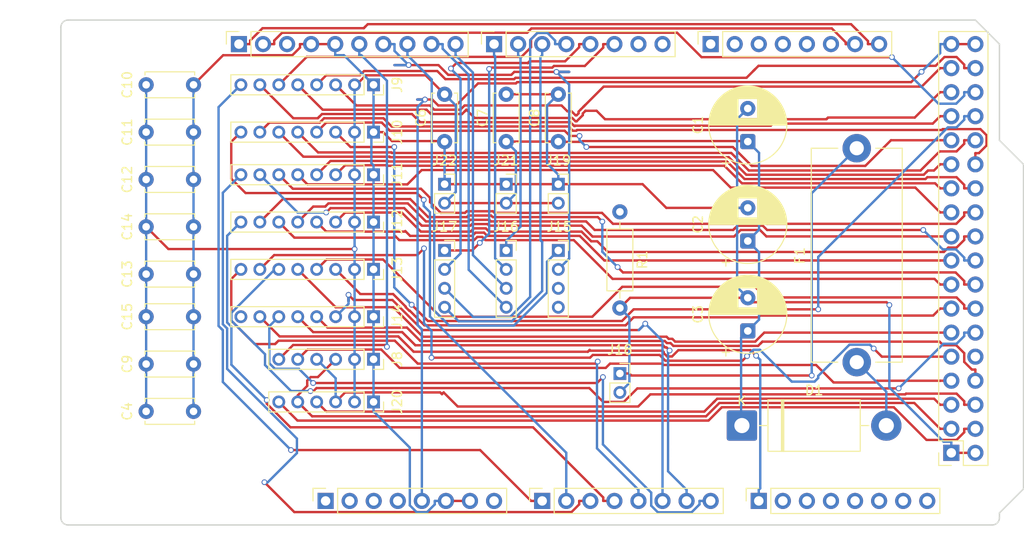
<source format=kicad_pcb>
(kicad_pcb (version 20241229) (generator "pcbnew") (generator_version "9.0")
  (title_block (date "mar. 31 mars 2015"))
  (layers (0 "F.Cu" signal) (2 "B.Cu" signal) (13 "F.Paste" user) (15 "B.Paste" user) (5 "F.SilkS" user "F.Silkscreen") (7 "B.SilkS" user "B.Silkscreen") (1 "F.Mask" user) (3 "B.Mask" user) (25 "Edge.Cuts" user))
  (net 0 "")
  (net 1 "GND")
  (net 2 "Net-(J23-Pin_2)")
  (net 3 "E_VCC")
  (net 4 "/47")
  (net 5 "+5V")
  (net 6 "/IOREF")
  (net 7 "/A9")
  (net 8 "/A10")
  (net 9 "/A11")
  (net 10 "/A12")
  (net 11 "/A13")
  (net 12 "/A14")
  (net 13 "/A15")
  (net 14 "/AREF")
  (net 15 "/TX0{slash}1")
  (net 16 "/RX0{slash}0")
  (net 17 "+3V3")
  (net 18 "/TX3{slash}14")
  (net 19 "/RX3{slash}15")
  (net 20 "/TX2{slash}16")
  (net 21 "/RX2{slash}17")
  (net 22 "/TX1{slash}18")
  (net 23 "/RX1{slash}19")
  (net 24 "/SDA{slash}20")
  (net 25 "/SCL{slash}21")
  (net 26 "VCC")
  (net 27 "/~{RESET}")
  (net 29 "Net-(D1-A)")
  (net 30 "Net-(J18-Pin_1)")
  (net 31 "SCR_BL_PWM")
  (net 32 "SPI_MOSI")
  (net 33 "SHARED_RST")
  (net 34 "SPI_SCK")
  (net 35 "CH1_ENC_CLK")
  (net 36 "CH1_ENC_SW")
  (net 37 "CH1_ENC_DT")
  (net 38 "CH1_FADER_OUT")
  (net 39 "CH1_SCR_DC")
  (net 40 "CH1_SCR_CS")
  (net 41 "CH2_ENC_SW")
  (net 42 "CH2_FADER_OUT")
  (net 43 "CH2_ENC_DT")
  (net 44 "CH2_SCR_DC")
  (net 45 "CH2_ENC_CLK")
  (net 46 "CH2_SCR_CS")
  (net 47 "CH3_ENC_CLK")
  (net 48 "CH3_SCR_DC")
  (net 49 "CH3_ENC_DT")
  (net 50 "CH3_SCR_CS")
  (net 51 "CH3_FADER_OUT")
  (net 52 "CH3_ENC_SW")
  (net 53 "CH4_ENC_CLK")
  (net 54 "CH4_SCR_CS")
  (net 55 "CH4_FADER_OUT")
  (net 56 "CH4_SCR_DC")
  (net 57 "CH4_ENC_SW")
  (net 58 "CH4_ENC_DT")
  (net 59 "CH5_FADER_OUT")
  (net 60 "CH5_ENC_CLK")
  (net 61 "CH5_SCR_DC")
  (net 62 "CH5_ENC_DT")
  (net 63 "CH5_SCR_CS")
  (net 64 "CH5_ENC_SW")
  (net 66 "CH_MAIN_ENC_DT")
  (net 67 "CH_MAIN_ENC_CLK")
  (net 68 "CH_MAIN_SCR_DC")
  (net 69 "CH_MAIN_ENC_SW")
  (net 70 "CH_MAIN_SCR_CS")
  (net 71 "CH5_MOTOR_A")
  (net 74 "CH5_MOTOR_B")
  (net 75 "CH4_MOTOR_B")
  (net 76 "CH3_MOTOR_A")
  (net 77 "CH4_MOTOR_A")
  (net 78 "CH3_MOTOR_B")
  (net 79 "CH2_MOTOR_B")
  (net 80 "CH1_MOTOR_A")
  (net 81 "CH1_MOTOR_B")
  (net 82 "CH2_MOTOR_A")
  (net 83 "SPI_MISO")
  (net 84 "SD_CS")
  (footprint "Connector_PinSocket_2.54mm:PinSocket_2x18_P2.54mm_Vertical" (layer "F.Cu") (at 193.98 92.38 180)
    (property "Reference" "J7" (hide yes))
    (property "Value" "Digital")
  )
  (footprint "Connector_PinSocket_2.54mm:PinSocket_1x08_P2.54mm_Vertical" (layer "F.Cu") (at 127.94 97.46 90)
    (property "Reference" "J1" (hide yes))
    (property "Value" "Power")
  )
  (footprint "Connector_PinSocket_2.54mm:PinSocket_1x08_P2.54mm_Vertical" (layer "F.Cu") (at 150.8 97.46 90)
    (property "Reference" "J3" (hide yes))
    (property "Value" "Analog")
  )
  (footprint "Connector_PinSocket_2.54mm:PinSocket_1x08_P2.54mm_Vertical" (layer "F.Cu") (at 173.66 97.46 90)
    (property "Reference" "J5" (hide yes))
    (property "Value" "Analog")
  )
  (footprint "Connector_PinSocket_2.54mm:PinSocket_1x10_P2.54mm_Vertical" (layer "F.Cu") (at 118.796 49.2 90)
    (property "Reference" "J2" (hide yes))
    (property "Value" "PWM")
  )
  (footprint "Connector_PinSocket_2.54mm:PinSocket_1x08_P2.54mm_Vertical" (layer "F.Cu") (at 145.72 49.2 90)
    (property "Reference" "J4" (hide yes))
    (property "Value" "PWM")
  )
  (footprint "Connector_PinSocket_2.54mm:PinSocket_1x08_P2.54mm_Vertical" (layer "F.Cu") (at 168.58 49.2 90)
    (property "Reference" "J6" (hide yes))
    (property "Value" "Communication")
  )
  (footprint "Fuse:Fuseholder_Cylinder-5x20mm_Stelvio-Kontek_PTF78_Horizontal_Open" (layer "F.Cu") (at 184 82.8 90)
    (property "Reference" "F1")
    (property "Value" "2A")
  )
  (footprint "Capacitor_THT:C_Disc_D5.0mm_W2.5mm_P5.00mm" (layer "F.Cu") (at 114 78 180)
    (property "Reference" "C15")
    (property "Value" "100nF")
  )
  (footprint "Capacitor_THT:C_Disc_D5.0mm_W2.5mm_P5.00mm" (layer "F.Cu") (at 152.5 59.5 90)
    (property "Reference" "C8")
    (property "Value" "100nF")
  )
  (footprint "Connector_PinSocket_2.00mm:PinSocket_1x02_P2.00mm_Vertical" (layer "F.Cu") (at 140.5 64)
    (property "Reference" "J22")
    (property "Value" "DRV_01_PWR")
  )
  (footprint "Capacitor_THT:C_Disc_D5.0mm_W2.5mm_P5.00mm" (layer "F.Cu") (at 114 83 180)
    (property "Reference" "C9")
    (property "Value" "100nF")
  )
  (footprint "Arduino_MountingHole:MountingHole_3.2mm" (layer "F.Cu") (at 196.52 97.46)
    (property "Reference" "MH6" (hide yes))
    (property "Value" "MountingHole_3.2mm" (hide yes))
  )
  (footprint "Connector_PinSocket_2.00mm:PinSocket_1x08_P2.00mm_Vertical" (layer "F.Cu") (at 133 53.5 -90)
    (property "Reference" "J9")
    (property "Value" "CH_01")
  )
  (footprint "Connector_PinSocket_2.00mm:PinSocket_1x02_P2.00mm_Vertical" (layer "F.Cu") (at 152.5 64)
    (property "Reference" "J19")
    (property "Value" "DRV_03_PWR")
  )
  (footprint "Capacitor_THT:C_Disc_D5.0mm_W2.5mm_P5.00mm" (layer "F.Cu") (at 147 59.5 90)
    (property "Reference" "C7")
    (property "Value" "100nF")
  )
  (footprint "Capacitor_THT:C_Disc_D5.0mm_W2.5mm_P5.00mm" (layer "F.Cu") (at 114 73.5 180)
    (property "Reference" "C13")
    (property "Value" "100nF")
  )
  (footprint "Connector_PinSocket_2.00mm:PinSocket_1x08_P2.00mm_Vertical" (layer "F.Cu") (at 133 78 -90)
    (property "Reference" "J14")
    (property "Value" "Main")
  )
  (footprint "Connector_PinSocket_2.00mm:PinSocket_1x08_P2.00mm_Vertical" (layer "F.Cu") (at 133 68 -90)
    (property "Reference" "J12")
    (property "Value" "CH_04")
  )
  (footprint "Connector_PinSocket_2.00mm:PinSocket_1x02_P2.00mm_Vertical" (layer "F.Cu") (at 147 64)
    (property "Reference" "J21")
    (property "Value" "DRV_02_PWR")
  )
  (footprint "Diode_THT:D_DO-201AD_P15.24mm_Horizontal" (layer "F.Cu") (at 171.88 89.5)
    (property "Reference" "D1")
    (property "Value" "D_Schottky")
  )
  (footprint "Capacitor_THT:CP_Radial_D8.0mm_P3.50mm" (layer "F.Cu") (at 172.5 70 90)
    (property "Reference" "C2")
    (property "Value" "1000uF")
  )
  (footprint "Capacitor_THT:C_Disc_D5.0mm_W2.5mm_P5.00mm" (layer "F.Cu") (at 114 68.5 180)
    (property "Reference" "C14")
    (property "Value" "100nF")
  )
  (footprint "Connector_PinSocket_2.00mm:PinSocket_1x02_P2.00mm_Vertical" (layer "F.Cu") (at 159 84)
    (property "Reference" "J18")
    (property "Value" "EXT VCC")
  )
  (footprint "Arduino_MountingHole:MountingHole_3.2mm" (layer "F.Cu") (at 115.24 49.2)
    (property "Reference" "MH1" (hide yes))
    (property "Value" "MountingHole_3.2mm" (hide yes))
  )
  (footprint "Connector_PinSocket_2.00mm:PinSocket_1x04_P2.00mm_Vertical" (layer "F.Cu") (at 152.5 71)
    (property "Reference" "J15")
    (property "Value" "DRV_03")
  )
  (footprint "Connector_PinSocket_2.00mm:PinSocket_1x06_P2.00mm_Vertical" (layer "F.Cu") (at 133 82.5 -90)
    (property "Reference" "J8")
    (property "Value" "SCR_SPI")
  )
  (footprint "Capacitor_THT:CP_Radial_D8.0mm_P3.50mm" (layer "F.Cu") (at 172.5 59.5 90)
    (property "Reference" "C1")
    (property "Value" "1000uF")
  )
  (footprint "Capacitor_THT:C_Disc_D5.0mm_W2.5mm_P5.00mm" (layer "F.Cu") (at 140.5 59.5 90)
    (property "Reference" "C6")
    (property "Value" "100nF")
  )
  (footprint "Capacitor_THT:C_Disc_D5.0mm_W2.5mm_P5.00mm" (layer "F.Cu") (at 114 53.5 180)
    (property "Reference" "C10")
    (property "Value" "100nF")
  )
  (footprint "Capacitor_THT:CP_Radial_D8.0mm_P3.50mm" (layer "F.Cu") (at 172.5 79.5 90)
    (property "Reference" "C3")
    (property "Value" "1000uF")
  )
  (footprint "Connector_PinSocket_2.00mm:PinSocket_1x08_P2.00mm_Vertical" (layer "F.Cu") (at 133 58.5 -90)
    (property "Reference" "J10")
    (property "Value" "CH_02")
  )
  (footprint "Connector_PinSocket_2.00mm:PinSocket_1x08_P2.00mm_Vertical" (layer "F.Cu") (at 133 63 -90)
    (property "Reference" "J11")
    (property "Value" "CH_03")
  )
  (footprint "Connector_PinSocket_2.00mm:PinSocket_1x04_P2.00mm_Vertical" (layer "F.Cu") (at 140.5 71)
    (property "Reference" "J17")
    (property "Value" "DRV_01")
  )
  (footprint "Capacitor_THT:C_Disc_D5.0mm_W2.5mm_P5.00mm" (layer "F.Cu") (at 114 58.5 180)
    (property "Reference" "C11")
    (property "Value" "100nF")
  )
  (footprint "Arduino_MountingHole:MountingHole_3.2mm" (layer "F.Cu") (at 113.97 97.46)
    (property "Reference" "MH2" (hide yes))
    (property "Value" "MountingHole_3.2mm" (hide yes))
  )
  (footprint "Resistor_THT:R_Axial_DIN0207_L6.3mm_D2.5mm_P10.16mm_Horizontal" (layer "F.Cu") (at 159 66.92 -90)
    (property "Reference" "R1")
    (property "Value" "10k")
  )
  (footprint "Capacitor_THT:C_Disc_D5.0mm_W2.5mm_P5.00mm" (layer "F.Cu") (at 114 88 180)
    (property "Reference" "C4")
    (property "Value" "100nF")
  )
  (footprint "Arduino_MountingHole:MountingHole_3.2mm" (layer "F.Cu") (at 166.04 64.44)
    (property "Reference" "MH3" (hide yes))
    (property "Value" "MountingHole_3.2mm" (hide yes))
  )
  (footprint "Arduino_MountingHole:MountingHole_3.2mm" (layer "F.Cu") (at 166.04 92.38)
    (property "Reference" "MH4" (hide yes))
    (property "Value" "MountingHole_3.2mm" (hide yes))
  )
  (footprint "Capacitor_THT:C_Disc_D5.0mm_W2.5mm_P5.00mm" (layer "F.Cu") (at 114 63.5 180)
    (property "Reference" "C12")
    (property "Value" "100nF")
  )
  (footprint "Connector_PinSocket_2.00mm:PinSocket_1x04_P2.00mm_Vertical" (layer "F.Cu") (at 147 71)
    (property "Reference" "J16")
    (property "Value" "DRV_02")
  )
  (footprint "Connector_PinSocket_2.00mm:PinSocket_1x08_P2.00mm_Vertical" (layer "F.Cu") (at 133 73 -90)
    (property "Reference" "J13")
    (property "Value" "CH_05")
  )
  (footprint "Arduino_MountingHole:MountingHole_3.2mm" (layer "F.Cu") (at 190.17 49.2)
    (property "Reference" "MH5" (hide yes))
    (property "Value" "MountingHole_3.2mm" (hide yes))
  )
  (footprint "Connector_PinSocket_2.00mm:PinSocket_1x06_P2.00mm_Vertical" (layer "F.Cu") (at 133 87 -90)
    (property "Reference" "J20")
    (property "Value" "SD_SPI")
  )
  (gr_line (start 199.06 59.36) (end 201.6 61.9) (stroke (width 0.15)) (layer "Edge.Cuts"))
  (gr_line (start 100 99.238) (end 100 47.422) (stroke (width 0.15)) (layer "Edge.Cuts"))
  (gr_line (start 201.6 61.9) (end 201.6 96.19) (stroke (width 0.15)) (layer "Edge.Cuts"))
  (gr_line (start 198.298 100) (end 100.762 100) (stroke (width 0.15)) (layer "Edge.Cuts"))
  (gr_line (start 100.762 46.66) (end 196.52 46.66) (stroke (width 0.15)) (layer "Edge.Cuts"))
  (gr_arc (start 100.762 100) (mid 100.223185 99.776815) (end 100 99.238) (stroke (width 0.15)) (layer "Edge.Cuts"))
  (gr_line (start 201.6 96.19) (end 199.06 98.73) (stroke (width 0.15)) (layer "Edge.Cuts"))
  (gr_line (start 196.52 46.66) (end 199.06 49.2) (stroke (width 0.15)) (layer "Edge.Cuts"))
  (gr_arc (start 199.06 99.238) (mid 198.836815 99.776815) (end 198.298 100) (stroke (width 0.15)) (layer "Edge.Cuts"))
  (gr_line (start 199.06 49.2) (end 199.06 59.36) (stroke (width 0.15)) (layer "Edge.Cuts"))
  (gr_line (start 199.06 98.73) (end 199.06 99.238) (stroke (width 0.15)) (layer "Edge.Cuts"))
  (gr_arc (start 100 47.422) (mid 100.223185 46.883185) (end 100.762 46.66) (stroke (width 0.15)) (layer "Edge.Cuts"))
  (segment (start 134.9458 59.4441) (end 134.0017 58.5) (width 0.25) (layer "F.Cu") (net 1))
  (segment (start 141.5017 64) (end 147 64) (width 0.25) (layer "F.Cu") (net 1))
  (segment (start 193.98 92.38) (end 196.52 92.38) (width 0.25) (layer "F.Cu") (net 1))
  (segment (start 187.4416 76.7661) (end 187.1446 76.4691) (width 0.25) (layer "F.Cu") (net 1))
  (segment (start 126.416 49.2) (end 125.2393 49.2) (width 0.25) (layer "F.Cu") (net 1))
  (segment (start 147 54.5) (end 152.5 54.5) (width 0.25) (layer "F.Cu") (net 1))
  (segment (start 117.1233 50.3767) (end 114 53.5) (width 0.25) (layer "F.Cu") (net 1))
  (segment (start 172.5 76) (end 160.08 76) (width 0.25) (layer "F.Cu") (net 1))
  (segment (start 126.416 49.2) (end 128.956 49.2) (width 0.25) (layer "F.Cu") (net 1))
  (segment (start 161.3983 64) (end 152.5 64) (width 0.25) (layer "F.Cu") (net 1))
  (segment (start 172.9691 76.4691) (end 172.5 76) (width 0.25) (layer "F.Cu") (net 1))
  (segment (start 140.5 64) (end 141.5017 64) (width 0.25) (layer "F.Cu") (net 1))
  (segment (start 133 58.5) (end 134.0017 58.5) (width 0.25) (layer "F.Cu") (net 1))
  (segment (start 140.64 97.46) (end 143.18 97.46) (width 0.25) (layer "F.Cu") (net 1))
  (segment (start 140.5 59.5) (end 140.4441 59.4441) (width 0.25) (layer "F.Cu") (net 1))
  (segment (start 125.2393 49.2) (end 125.2393 49.5678) (width 0.25) (layer "F.Cu") (net 1))
  (segment (start 124.4304 50.3767) (end 117.1233 50.3767) (width 0.25) (layer "F.Cu") (net 1))
  (segment (start 152.5 64) (end 147 64) (width 0.25) (layer "F.Cu") (net 1))
  (segment (start 187.1446 76.4691) (end 172.9691 76.4691) (width 0.25) (layer "F.Cu") (net 1))
  (segment (start 163.8983 66.5) (end 161.3983 64) (width 0.25) (layer "F.Cu") (net 1))
  (segment (start 160.08 76) (end 159 77.08) (width 0.25) (layer "F.Cu") (net 1))
  (segment (start 140.4441 59.4441) (end 134.9458 59.4441) (width 0.25) (layer "F.Cu") (net 1))
  (segment (start 125.2393 49.5678) (end 124.4304 50.3767) (width 0.25) (layer "F.Cu") (net 1))
  (segment (start 172.5 66.5) (end 163.8983 66.5) (width 0.25) (layer "F.Cu") (net 1))
  (via (at 187.4416 76.7661) (size 0.6) (drill 0.4) (layers "F.Cu" "B.Cu") (net 1))
  (segment (start 152.5 64) (end 152.5 62.9983) (width 0.25) (layer "B.Cu") (net 1))
  (segment (start 136.83 91.8317) (end 133 88.0017) (width 0.25) (layer "B.Cu") (net 1))
  (segment (start 133 78.8258) (end 133 74.0017) (width 0.25) (layer "B.Cu") (net 1))
  (segment (start 187.4416 85.4784) (end 193.1665 91.2033) (width 0.25) (layer "B.Cu") (net 1))
  (segment (start 172.5 56) (end 171.3723 57.1277) (width 0.25) (layer "B.Cu") (net 1))
  (segment (start 152.5 62.9983) (end 151.3118 61.8101) (width 0.25) (layer "B.Cu") (net 1))
  (segment (start 128.956 50.3767) (end 129.8767 50.3767) (width 0.25) (layer "B.Cu") (net 1))
  (segment (start 129.8767 50.3767) (end 133 53.5) (width 0.25) (layer "B.Cu") (net 1))
  (segment (start 172.5 76) (end 171.3723 74.8723) (width 0.25) (layer "B.Cu") (net 1))
  (segment (start 133 87) (end 133 82.5) (width 0.25) (layer "B.Cu") (net 1))
  (segment (start 171.3723 66.5) (end 172.5 66.5) (width 0.25) (layer "B.Cu") (net 1))
  (segment (start 133 78.8258) (end 133 82.5) (width 0.25) (layer "B.Cu") (net 1))
  (segment (start 114 53.5) (end 114 58.5) (width 0.25) (layer "B.Cu") (net 1))
  (segment (start 114 68.5) (end 114 63.5) (width 0.25) (layer "B.Cu") (net 1))
  (segment (start 133 73) (end 133 74.0017) (width 0.25) (layer "B.Cu") (net 1))
  (segment (start 133 87) (end 133 88.0017) (width 0.25) (layer "B.Cu") (net 1))
  (segment (start 171.3723 74.8723) (end 171.3723 66.5) (width 0.25) (layer "B.Cu") (net 1))
  (segment (start 159 77.08) (end 160.0017 78.0817) (width 0.25) (layer "B.Cu") (net 1))
  (segment (start 151.3118 55.6882) (end 152.5 54.5) (width 0.25) (layer "B.Cu") (net 1))
  (segment (start 187.4416 76.7661) (end 187.4416 85.4784) (width 0.25) (layer "B.Cu") (net 1))
  (segment (start 128.956 49.2) (end 128.956 50.3767) (width 0.25) (layer "B.Cu") (net 1))
  (segment (start 139.4633 97.8277) (end 138.6387 98.6523) (width 0.25) (layer "B.Cu") (net 1))
  (segment (start 139.4633 97.46) (end 139.4633 97.8277) (width 0.25) (layer "B.Cu") (net 1))
  (segment (start 193.98 92.38) (end 193.98 91.2033) (width 0.25) (layer "B.Cu") (net 1))
  (segment (start 138.6387 98.6523) (end 137.5526 98.6523) (width 0.25) (layer "B.Cu") (net 1))
  (segment (start 133 78) (end 133 78.8258) (width 0.25) (layer "B.Cu") (net 1))
  (segment (start 193.1665 91.2033) (end 193.98 91.2033) (width 0.25) (layer "B.Cu") (net 1))
  (segment (start 171.3723 57.1277) (end 171.3723 66.5) (width 0.25) (layer "B.Cu") (net 1))
  (segment (start 136.83 97.9297) (end 136.83 91.8317) (width 0.25) (layer "B.Cu") (net 1))
  (segment (start 133 63) (end 133 61.9983) (width 0.25) (layer "B.Cu") (net 1))
  (segment (start 140.5 64) (end 140.5 59.5) (width 0.25) (layer "B.Cu") (net 1))
  (segment (start 151.3118 61.8101) (end 151.3118 55.6882) (width 0.25) (layer "B.Cu") (net 1))
  (segment (start 114 68.5) (end 114 73.5) (width 0.25) (layer "B.Cu") (net 1))
  (segment (start 114 63.5) (end 114 58.5) (width 0.25) (layer "B.Cu") (net 1))
  (segment (start 132.7733 58.7267) (end 132.7733 61.7716) (width 0.25) (layer "B.Cu") (net 1))
  (segment (start 132.7733 61.7716) (end 133 61.9983) (width 0.25) (layer "B.Cu") (net 1))
  (segment (start 133 68) (end 133 73) (width 0.25) (layer "B.Cu") (net 1))
  (segment (start 133 68) (end 133 63) (width 0.25) (layer "B.Cu") (net 1))
  (segment (start 140.64 97.46) (end 139.4633 97.46) (width 0.25) (layer "B.Cu") (net 1))
  (segment (start 160.0017 84.9983) (end 159 86) (width 0.25) (layer "B.Cu") (net 1))
  (segment (start 114 78) (end 114 73.5) (width 0.25) (layer "B.Cu") (net 1))
  (segment (start 133 53.5) (end 133 58.5) (width 0.25) (layer "B.Cu") (net 1))
  (segment (start 114 88) (end 114 83) (width 0.25) (layer "B.Cu") (net 1))
  (segment (start 114 83) (end 114 78) (width 0.25) (layer "B.Cu") (net 1))
  (segment (start 133 58.5) (end 132.7733 58.7267) (width 0.25) (layer "B.Cu") (net 1))
  (segment (start 160.0017 78.0817) (end 160.0017 84.9983) (width 0.25) (layer "B.Cu") (net 1))
  (segment (start 137.5526 98.6523) (end 136.83 97.9297) (width 0.25) (layer "B.Cu") (net 1))
  (segment (start 155.0801 59.4441) (end 172.4441 59.4441) (width 0.25) (layer "F.Cu") (net 3))
  (segment (start 131 70.8531) (end 111.3531 70.8531) (width 0.25) (layer "F.Cu") (net 3))
  (segment (start 111.3531 70.8531) (end 109 68.5) (width 0.25) (layer "F.Cu") (net 3))
  (segment (start 131.9983 52.6899) (end 131.9983 52.6896) (width 0.25) (layer "F.Cu") (net 3))
  (segment (start 131.1882 53.5) (end 131.9983 52.6899) (width 0.25) (layer "F.Cu") (net 3))
  (segment (start 152.5 59.5) (end 147 59.5) (width 0.25) (layer "F.Cu") (net 3))
  (segment (start 152.5 59.5) (end 152.5264 59.5264) (width 0.25) (layer "F.Cu") (net 3))
  (segment (start 154.9978 59.5264) (end 155.0801 59.4441) (width 0.25) (layer "F.Cu") (net 3))
  (segment (start 131 53.5) (end 131.1882 53.5) (width 0.25) (layer "F.Cu") (net 3))
  (segment (start 172.4441 59.4441) (end 172.5 59.5) (width 0.25) (layer "F.Cu") (net 3))
  (segment (start 138.4983 52.4983) (end 140.5 54.5) (width 0.25) (layer "F.Cu") (net 3))
  (segment (start 152.5 66) (end 147 66) (width 0.25) (layer "F.Cu") (net 3))
  (segment (start 152.5264 59.5264) (end 154.9978 59.5264) (width 0.25) (layer "F.Cu") (net 3))
  (segment (start 132.1896 52.4983) (end 138.4983 52.4983) (width 0.25) (layer "F.Cu") (net 3))
  (segment (start 131.9983 52.6896) (end 132.1896 52.4983) (width 0.25) (layer "F.Cu") (net 3))
  (segment (start 140.5 66) (end 147 66) (width 0.25) (layer "F.Cu") (net 3))
  (via (at 131 70.8531) (size 0.6) (drill 0.4) (layers "F.Cu" "B.Cu") (net 3))
  (segment (start 171.7942 89.4142) (end 171.88 89.5) (width 0.25) (layer "B.Cu") (net 3))
  (segment (start 172.5 59.5) (end 173.6874 60.6874) (width 0.25) (layer "B.Cu") (net 3))
  (segment (start 109 53.5) (end 109 58.5) (width 0.25) (layer "B.Cu") (net 3))
  (segment (start 131 73) (end 131 70.8531) (width 0.25) (layer "B.Cu") (net 3))
  (segment (start 131 87) (end 131 82.5) (width 0.25) (layer "B.Cu") (net 3))
  (segment (start 147 59.5) (end 148.0241 60.5241) (width 0.25) (layer "B.Cu") (net 3))
  (segment (start 172.5 70) (end 173.6874 71.1874) (width 0.25) (layer "B.Cu") (net 3))
  (segment (start 141.6811 64.8189) (end 141.6811 55.6811) (width 0.25) (layer "B.Cu") (net 3))
  (segment (start 109 58.5) (end 109 63.5) (width 0.25) (layer "B.Cu") (net 3))
  (segment (start 109 83) (end 109 78) (width 0.25) (layer "B.Cu") (net 3))
  (segment (start 131 70.5517) (end 131 70.5) (width 0.25) (layer "B.Cu") (net 3))
  (segment (start 109 78) (end 109 73.5) (width 0.25) (layer "B.Cu") (net 3))
  (segment (start 173.6874 60.6874) (end 173.6874 68.8126) (width 0.25) (layer "B.Cu") (net 3))
  (segment (start 148.0241 60.5241) (end 148.0241 64.9759) (width 0.25) (layer "B.Cu") (net 3))
  (segment (start 173.6874 78.3126) (end 172.5 79.5) (width 0.25) (layer "B.Cu") (net 3))
  (segment (start 171.7942 80.2058) (end 171.7942 89.4142) (width 0.25) (layer "B.Cu") (net 3))
  (segment (start 131 70.8531) (end 131 70.8391) (width 0.25) (layer "B.Cu") (net 3))
  (segment (start 141.6811 55.6811) (end 140.5 54.5) (width 0.25) (layer "B.Cu") (net 3))
  (segment (start 131 73) (end 131 78) (width 0.25) (layer "B.Cu") (net 3))
  (segment (start 148.0241 64.9759) (end 147 66) (width 0.25) (layer "B.Cu") (net 3))
  (segment (start 131 58.5) (end 131 63) (width 0.25) (layer "B.Cu") (net 3))
  (segment (start 131 82.5) (end 131 78) (width 0.25) (layer "B.Cu") (net 3))
  (segment (start 172.5 79.5) (end 171.7942 80.2058) (width 0.25) (layer "B.Cu") (net 3))
  (segment (start 131 63) (end 131 68) (width 0.25) (layer "B.Cu") (net 3))
  (segment (start 173.6874 71.1874) (end 173.6874 78.3126) (width 0.25) (layer "B.Cu") (net 3))
  (segment (start 131 70.5) (end 131 68) (width 0.25) (layer "B.Cu") (net 3))
  (segment (start 109 68.5) (end 109 63.5) (width 0.25) (layer "B.Cu") (net 3))
  (segment (start 131 58.5) (end 131 53.5) (width 0.25) (layer "B.Cu") (net 3))
  (segment (start 131 70.8391) (end 131 70.5517) (width 0.25) (layer "B.Cu") (net 3))
  (segment (start 109 88) (end 109 83) (width 0.25) (layer "B.Cu") (net 3))
  (segment (start 140.5 66) (end 141.6811 64.8189) (width 0.25) (layer "B.Cu") (net 3))
  (segment (start 173.6874 68.8126) (end 172.5 70) (width 0.25) (layer "B.Cu") (net 3))
  (segment (start 109 73.5) (end 109 68.5) (width 0.25) (layer "B.Cu") (net 3))
  (segment (start 139.825 55.6813) (end 141.7008 55.6813) (width 0.25) (layer "F.Cu") (net 5))
  (segment (start 138.4255 55.0537) (end 139.1974 55.0537) (width 0.25) (layer "F.Cu") (net 5))
  (segment (start 196.52 49.2) (end 193.98 49.2) (width 0.25) (layer "F.Cu") (net 5))
  (segment (start 148.026 53.353) (end 148.1644 53.2146) (width 0.25) (layer "F.Cu") (net 5))
  (segment (start 141.7008 55.6813) (end 144.0291 53.353) (width 0.25) (layer "F.Cu") (net 5))
  (segment (start 148.1644 53.2146) (end 189.7445 53.2146) (width 0.25) (layer "F.Cu") (net 5))
  (segment (start 139.1974 55.0537) (end 139.825 55.6813) (width 0.25) (layer "F.Cu") (net 5))
  (segment (start 189.7445 53.2146) (end 190.837 52.1221) (width 0.25) (layer "F.Cu") (net 5))
  (segment (start 138.4255 55.0537) (end 137.6188 55.0537) (width 0.25) (layer "F.Cu") (net 5))
  (segment (start 144.0291 53.353) (end 148.026 53.353) (width 0.25) (layer "F.Cu") (net 5))
  (segment (start 137.6188 55.0537) (end 138.4255 55.0537) (width 0.25) (layer "F.Cu") (net 5))
  (via (at 190.837 52.1221) (size 0.6) (drill 0.4) (layers "F.Cu" "B.Cu") (net 5))
  (via (at 138.4255 55.0537) (size 0.6) (drill 0.4) (layers "F.Cu" "B.Cu") (net 5))
  (segment (start 190.512 52.4471) (end 190.837 52.1221) (width 0.25) (layer "B.Cu") (net 5))
  (segment (start 137.6483 78.8813) (end 137.9129 79.1459) (width 0.25) (layer "B.Cu") (net 5))
  (segment (start 138.4255 55.0537) (end 137.6483 55.8309) (width 0.25) (layer "B.Cu") (net 5))
  (segment (start 137.6188 55.0537) (end 138.4255 55.0537) (width 0.25) (layer "B.Cu") (net 5))
  (segment (start 138.1 79.333) (end 138.1 97.46) (width 0.25) (layer "B.Cu") (net 5))
  (segment (start 193.98 49.2) (end 192.8033 49.2) (width 0.25) (layer "B.Cu") (net 5))
  (segment (start 137.9129 79.1459) (end 138.1 79.333) (width 0.25) (layer "B.Cu") (net 5))
  (segment (start 192.8033 50.1558) (end 190.837 52.1221) (width 0.25) (layer "B.Cu") (net 5))
  (segment (start 192.8033 49.2) (end 192.8033 50.1558) (width 0.25) (layer "B.Cu") (net 5))
  (segment (start 137.6483 55.8309) (end 137.6483 78.8813) (width 0.25) (layer "B.Cu") (net 5))
  (segment (start 190.837 52.1221) (end 190.512 52.4471) (width 0.25) (layer "B.Cu") (net 5))
  (segment (start 138.4255 55.0537) (end 137.6188 55.0537) (width 0.25) (layer "B.Cu") (net 5))
  (segment (start 137.9129 79.1459) (end 138.1 79.333) (width 0.25) (layer "B.Cu") (net 5))
  (segment (start 149.211 47.9981) (end 123.3469 47.9981) (width 0.25) (layer "F.Cu") (net 24))
  (segment (start 149.3981 47.811) (end 149.211 47.9981) (width 0.25) (layer "F.Cu") (net 24))
  (segment (start 122.5127 48.8323) (end 122.5127 49.2) (width 0.25) (layer "F.Cu") (net 24))
  (segment (start 181.3716 47.5464) (end 149.6627 47.5464) (width 0.25) (layer "F.Cu") (net 24))
  (segment (start 123.3469 47.9981) (end 122.5127 48.8323) (width 0.25) (layer "F.Cu") (net 24))
  (segment (start 183.82 49.2) (end 182.8304 49.2) (width 0.25) (layer "F.Cu") (net 24))
  (segment (start 149.6627 47.5464) (end 149.3981 47.811) (width 0.25) (layer "F.Cu") (net 24))
  (segment (start 121.336 49.2) (end 122.5127 49.2) (width 0.25) (layer "F.Cu") (net 24))
  (segment (start 182.8304 49.2) (end 182.8304 49.0052) (width 0.25) (layer "F.Cu") (net 24))
  (segment (start 182.8304 49.0052) (end 181.3716 47.5464) (width 0.25) (layer "F.Cu") (net 24))
  (segment (start 149.3981 47.811) (end 149.211 47.9981) (width 0.25) (layer "F.Cu") (net 24))
  (segment (start 119.9727 48.8323) (end 119.9727 49.2) (width 0.25) (layer "F.Cu") (net 25))
  (segment (start 132.1272 47.3593) (end 131.9652 47.5213) (width 0.25) (layer "F.Cu") (net 25))
  (segment (start 132.1272 47.3593) (end 131.9652 47.5213) (width 0.25) (layer "F.Cu") (net 25))
  (segment (start 131.9652 47.5213) (end 121.2837 47.5213) (width 0.25) (layer "F.Cu") (net 25))
  (segment (start 186.36 49.2) (end 185.1833 49.2) (width 0.25) (layer "F.Cu") (net 25))
  (segment (start 183.3981 47.0947) (end 132.3918 47.0947) (width 0.25) (layer "F.Cu") (net 25))
  (segment (start 185.1833 49.2) (end 185.1833 48.8799) (width 0.25) (layer "F.Cu") (net 25))
  (segment (start 118.796 49.2) (end 119.9727 49.2) (width 0.25) (layer "F.Cu") (net 25))
  (segment (start 121.2837 47.5213) (end 119.9727 48.8323) (width 0.25) (layer "F.Cu") (net 25))
  (segment (start 185.1833 48.8799) (end 183.3981 47.0947) (width 0.25) (layer "F.Cu") (net 25))
  (segment (start 132.3918 47.0947) (end 132.1272 47.3593) (width 0.25) (layer "F.Cu") (net 25))
  (segment (start 184 82.8) (end 187.12 85.92) (width 0.25) (layer "B.Cu") (net 29))
  (segment (start 187.12 85.92) (end 187.12 89.5) (width 0.25) (layer "B.Cu") (net 29))
  (segment (start 160.0017 84) (end 160.2135 84.2118) (width 0.25) (layer "F.Cu") (net 30))
  (segment (start 159 84) (end 160.0017 84) (width 0.25) (layer "F.Cu") (net 30))
  (segment (start 160.2135 84.2118) (end 179.2463 84.2118) (width 0.25) (layer "F.Cu") (net 30))
  (via (at 179.2463 84.2118) (size 0.6) (drill 0.4) (layers "F.Cu" "B.Cu") (net 30))
  (segment (start 179.2463 83.8046) (end 179.2463 84.2118) (width 0.25) (layer "B.Cu") (net 30))
  (segment (start 179.2463 64.9537) (end 184 60.2) (width 0.25) (layer "B.Cu") (net 30))
  (segment (start 179.2463 83.7402) (end 179.2463 64.9537) (width 0.25) (layer "B.Cu") (net 30))
  (segment (start 179.2463 83.7402) (end 179.2463 83.8046) (width 0.25) (layer "B.Cu") (net 30))
  (segment (start 123 82.5) (end 124.5131 80.9869) (width 0.25) (layer "F.Cu") (net 31))
  (segment (start 124.5131 80.9869) (end 134.2244 80.9869) (width 0.25) (layer "F.Cu") (net 31))
  (segment (start 134.2244 80.9869) (end 134.4144 81.1769) (width 0.25) (layer "F.Cu") (net 31))
  (via (at 134.4144 81.1769) (size 0.6) (drill 0.4) (layers "F.Cu" "B.Cu") (net 31))
  (segment (start 131.496 49.2) (end 131.496 50.3767) (width 0.25) (layer "B.Cu") (net 31))
  (segment (start 131.7166 50.3767) (end 134.4144 53.0745) (width 0.25) (layer "B.Cu") (net 31))
  (segment (start 134.4144 53.0745) (end 134.4144 81.1769) (width 0.25) (layer "B.Cu") (net 31))
  (segment (start 131.496 50.3767) (end 131.7166 50.3767) (width 0.25) (layer "B.Cu") (net 31))
  (segment (start 189.1203 86.2012) (end 189.1982 86.1233) (width 0.25) (layer "F.Cu") (net 32))
  (segment (start 140.0368 85.9983) (end 140.2175 86.179) (width 0.25) (layer "F.Cu") (net 32))
  (segment (start 162.2175 86.2012) (end 189.1203 86.2012) (width 0.25) (layer "F.Cu") (net 32))
  (segment (start 194.5344 86.1233) (end 195.3433 86.9322) (width 0.25) (layer "F.Cu") (net 32))
  (segment (start 140.3982 85.9983) (end 141.8843 87.4844) (width 0.25) (layer "F.Cu") (net 32))
  (segment (start 140.2175 86.179) (end 140.3982 85.9983) (width 0.25) (layer "F.Cu") (net 32))
  (segment (start 141.8843 87.4844) (end 160.9343 87.4844) (width 0.25) (layer "F.Cu") (net 32))
  (segment (start 130.0017 85.9983) (end 140.0368 85.9983) (width 0.25) (layer "F.Cu") (net 32))
  (segment (start 140.2175 86.179) (end 140.3982 85.9983) (width 0.25) (layer "F.Cu") (net 32))
  (segment (start 195.3433 86.9322) (end 195.3433 87.3) (width 0.25) (layer "F.Cu") (net 32))
  (segment (start 196.52 87.3) (end 195.3433 87.3) (width 0.25) (layer "F.Cu") (net 32))
  (segment (start 129 87) (end 130.0017 85.9983) (width 0.25) (layer "F.Cu") (net 32))
  (segment (start 189.1982 86.1233) (end 194.5344 86.1233) (width 0.25) (layer "F.Cu") (net 32))
  (segment (start 160.9343 87.4844) (end 162.2175 86.2012) (width 0.25) (layer "F.Cu") (net 32))
  (segment (start 129 87) (end 129 84.5) (width 0.25) (layer "B.Cu") (net 32))
  (segment (start 129 84.5) (end 127 82.5) (width 0.25) (layer "B.Cu") (net 32))
  (segment (start 157.5064 83.4072) (end 157.9552 82.9584) (width 0.25) (layer "F.Cu") (net 33))
  (segment (start 163.4699 82.9584) (end 163.612 83.1005) (width 0.25) (layer "F.Cu") (net 33))
  (segment (start 179.7083 83.1005) (end 181.5549 84.9471) (width 0.25) (layer "F.Cu") (net 33))
  (segment (start 185.9651 84.9471) (end 186.1507 84.7615) (width 0.25) (layer "F.Cu") (net 33))
  (segment (start 133.8193 81.4707) (end 135.7558 83.4072) (width 0.25) (layer "F.Cu") (net 33))
  (segment (start 186.1507 84.7615) (end 192.8018 84.7615) (width 0.25) (layer "F.Cu") (net 33))
  (segment (start 192.8018 84.7615) (end 192.8033 84.76) (width 0.25) (layer "F.Cu") (net 33))
  (segment (start 126.0293 81.4707) (end 133.8193 81.4707) (width 0.25) (layer "F.Cu") (net 33))
  (segment (start 193.98 84.76) (end 192.8033 84.76) (width 0.25) (layer "F.Cu") (net 33))
  (segment (start 181.5549 84.9471) (end 185.9651 84.9471) (width 0.25) (layer "F.Cu") (net 33))
  (segment (start 125 82.5) (end 126.0293 81.4707) (width 0.25) (layer "F.Cu") (net 33))
  (segment (start 157.9552 82.9584) (end 163.4699 82.9584) (width 0.25) (layer "F.Cu") (net 33))
  (segment (start 135.7558 83.4072) (end 157.5064 83.4072) (width 0.25) (layer "F.Cu") (net 33))
  (segment (start 163.612 83.1005) (end 179.7083 83.1005) (width 0.25) (layer "F.Cu") (net 33))
  (segment (start 185.9651 84.9471) (end 186.1507 84.7615) (width 0.25) (layer "F.Cu") (net 33))
  (segment (start 125 86.3063) (end 125 87) (width 0.25) (layer "F.Cu") (net 34))
  (segment (start 125 87) (end 126.5206 88.5206) (width 0.25) (layer "F.Cu") (net 34))
  (segment (start 190.0774 87.1141) (end 192.8033 89.84) (width 0.25) (layer "F.Cu") (net 34))
  (segment (start 125.999 84.7459) (end 125.999 85.2649) (width 0.25) (layer "F.Cu") (net 34))
  (segment (start 129 82.5) (end 127.1213 84.3787) (width 0.25) (layer "F.Cu") (net 34))
  (segment (start 125.999 85.2649) (end 125.9991 85.265) (width 0.25) (layer "F.Cu") (net 34))
  (segment (start 125.9991 85.265) (end 125.9991 85.3072) (width 0.25) (layer "F.Cu") (net 34))
  (segment (start 126.3662 84.3787) (end 125.999 84.7459) (width 0.25) (layer "F.Cu") (net 34))
  (segment (start 169.5002 87.1141) (end 190.0774 87.1141) (width 0.25) (layer "F.Cu") (net 34))
  (segment (start 126.5206 88.5206) (end 168.0937 88.5206) (width 0.25) (layer "F.Cu") (net 34))
  (segment (start 125.9991 85.3072) (end 125 86.3063) (width 0.25) (layer "F.Cu") (net 34))
  (segment (start 127.1213 84.3787) (end 126.3662 84.3787) (width 0.25) (layer "F.Cu") (net 34))
  (segment (start 193.98 89.84) (end 192.8033 89.84) (width 0.25) (layer "F.Cu") (net 34))
  (segment (start 168.0937 88.5206) (end 169.5002 87.1141) (width 0.25) (layer "F.Cu") (net 34))
  (segment (start 155.332 56.284) (end 155.3697 56.2463) (width 0.25) (layer "F.Cu") (net 35))
  (segment (start 180.9709 56.9598) (end 180.7922 57.1385) (width 0.25) (layer "F.Cu") (net 35))
  (segment (start 142.6112 56.3201) (end 142.7983 56.133) (width 0.25) (layer "F.Cu") (net 35))
  (segment (start 155.0905 56.7049) (end 155.0905 56.5255) (width 0.25) (layer "F.Cu") (net 35))
  (segment (start 193.98 54.28) (end 192.8033 54.28) (width 0.25) (layer "F.Cu") (net 35))
  (segment (start 153.9615 57.0003) (end 154.3198 57.3586) (width 0.25) (layer "F.Cu") (net 35))
  (segment (start 138.6014 56.133) (end 139.0531 56.5847) (width 0.25) (layer "F.Cu") (net 35))
  (segment (start 157.4364 57.1385) (end 180.7922 57.1385) (width 0.25) (layer "F.Cu") (net 35))
  (segment (start 156.5442 56.2463) (end 157.4364 57.1385) (width 0.25) (layer "F.Cu") (net 35))
  (segment (start 154.4368 57.3586) (end 155.0905 56.7049) (width 0.25) (layer "F.Cu") (net 35))
  (segment (start 155.3697 56.2463) (end 156.5442 56.2463) (width 0.25) (layer "F.Cu") (net 35))
  (segment (start 142.3466 56.5847) (end 142.6112 56.3201) (width 0.25) (layer "F.Cu") (net 35))
  (segment (start 155.0905 56.5255) (end 155.332 56.284) (width 0.25) (layer "F.Cu") (net 35))
  (segment (start 142.7983 56.133) (end 143.6656 57.0003) (width 0.25) (layer "F.Cu") (net 35))
  (segment (start 143.6656 57.0003) (end 153.9615 57.0003) (width 0.25) (layer "F.Cu") (net 35))
  (segment (start 155.332 56.284) (end 155.3697 56.2463) (width 0.25) (layer "F.Cu") (net 35))
  (segment (start 190.1235 56.9598) (end 180.9709 56.9598) (width 0.25) (layer "F.Cu") (net 35))
  (segment (start 192.8033 54.28) (end 190.1235 56.9598) (width 0.25) (layer "F.Cu") (net 35))
  (segment (start 154.3198 57.3586) (end 154.4368 57.3586) (width 0.25) (layer "F.Cu") (net 35))
  (segment (start 142.6112 56.3201) (end 142.7983 56.133) (width 0.25) (layer "F.Cu") (net 35))
  (segment (start 180.9709 56.9598) (end 180.7922 57.1385) (width 0.25) (layer "F.Cu") (net 35))
  (segment (start 139.0531 56.5847) (end 142.3466 56.5847) (width 0.25) (layer "F.Cu") (net 35))
  (segment (start 127.633 56.133) (end 138.6014 56.133) (width 0.25) (layer "F.Cu") (net 35))
  (segment (start 125 53.5) (end 127.633 56.133) (width 0.25) (layer "F.Cu") (net 35))
  (segment (start 174.9528 57.7827) (end 175.1369 57.5986) (width 0.25) (layer "F.Cu") (net 36))
  (segment (start 174.9528 57.7827) (end 174.9142 57.8213) (width 0.25) (layer "F.Cu") (net 36))
  (segment (start 124.5364 57.0364) (end 121 53.5) (width 0.25) (layer "F.Cu") (net 36))
  (segment (start 127.299 56.8493) (end 127.1119 57.0364) (width 0.25) (layer "F.Cu") (net 36))
  (segment (start 192.8033 56.82) (end 192.0247 57.5986) (width 0.25) (layer "F.Cu") (net 36))
  (segment (start 154.2916 57.8213) (end 154.2697 57.8432) (width 0.25) (layer "F.Cu") (net 36))
  (segment (start 127.1119 57.0364) (end 124.5364 57.0364) (width 0.25) (layer "F.Cu") (net 36))
  (segment (start 127.5636 56.5847) (end 127.299 56.8493) (width 0.25) (layer "F.Cu") (net 36))
  (segment (start 153.7744 57.452) (end 137.9208 57.452) (width 0.25) (layer "F.Cu") (net 36))
  (segment (start 174.9142 57.8213) (end 154.2916 57.8213) (width 0.25) (layer "F.Cu") (net 36))
  (segment (start 154.2697 57.8432) (end 154.1656 57.8432) (width 0.25) (layer "F.Cu") (net 36))
  (segment (start 193.98 56.82) (end 192.8033 56.82) (width 0.25) (layer "F.Cu") (net 36))
  (segment (start 174.9528 57.7827) (end 175.1369 57.5986) (width 0.25) (layer "F.Cu") (net 36))
  (segment (start 137.9208 57.452) (end 137.0535 56.5847) (width 0.25) (layer "F.Cu") (net 36))
  (segment (start 137.0535 56.5847) (end 127.5636 56.5847) (width 0.25) (layer "F.Cu") (net 36))
  (segment (start 154.1656 57.8432) (end 153.7744 57.452) (width 0.25) (layer "F.Cu") (net 36))
  (segment (start 127.299 56.8493) (end 127.1119 57.0364) (width 0.25) (layer "F.Cu") (net 36))
  (segment (start 192.0247 57.5986) (end 175.1369 57.5986) (width 0.25) (layer "F.Cu") (net 36))
  (segment (start 148.6071 50.5476) (end 125.9524 50.5476) (width 0.25) (layer "F.Cu") (net 37))
  (segment (start 149.6233 49.5314) (end 148.6071 50.5476) (width 0.25) (layer "F.Cu") (net 37))
  (segment (start 167.6204 50.5801) (end 165.0384 47.9981) (width 0.25) (layer "F.Cu") (net 37))
  (segment (start 125.9524 50.5476) (end 123 53.5) (width 0.25) (layer "F.Cu") (net 37))
  (segment (start 165.0384 47.9981) (end 150.3155 47.9981) (width 0.25) (layer "F.Cu") (net 37))
  (segment (start 187.7107 50.5801) (end 167.6204 50.5801) (width 0.25) (layer "F.Cu") (net 37))
  (segment (start 150.3155 47.9981) (end 149.6233 48.6903) (width 0.25) (layer "F.Cu") (net 37))
  (segment (start 149.6233 48.6903) (end 149.6233 49.5314) (width 0.25) (layer "F.Cu") (net 37))
  (via (at 187.7107 50.5801) (size 0.6) (drill 0.4) (layers "F.Cu" "B.Cu") (net 37))
  (segment (start 195.3433 54.6477) (end 194.494 55.497) (width 0.25) (layer "B.Cu") (net 37))
  (segment (start 194.494 55.497) (end 192.6276 55.497) (width 0.25) (layer "B.Cu") (net 37))
  (segment (start 195.3433 54.28) (end 195.3433 54.6477) (width 0.25) (layer "B.Cu") (net 37))
  (segment (start 192.6276 55.497) (end 187.7107 50.5801) (width 0.25) (layer "B.Cu") (net 37))
  (segment (start 196.52 54.28) (end 195.3433 54.28) (width 0.25) (layer "B.Cu") (net 37))
  (segment (start 150.8 97.46) (end 149.6233 97.46) (width 0.25) (layer "F.Cu") (net 38))
  (segment (start 149.6233 97.46) (end 144.2513 92.088) (width 0.25) (layer "F.Cu") (net 38))
  (segment (start 144.2513 92.088) (end 124.288 92.088) (width 0.25) (layer "F.Cu") (net 38))
  (via (at 124.288 92.088) (size 0.6) (drill 0.4) (layers "F.Cu" "B.Cu") (net 38))
  (segment (start 116.9078 79.2408) (end 117.0949 79.4279) (width 0.25) (layer "B.Cu") (net 38))
  (segment (start 117.0949 84.8949) (end 124.288 92.088) (width 0.25) (layer "B.Cu") (net 38))
  (segment (start 116.6432 78.9762) (end 116.9078 79.2408) (width 0.25) (layer "B.Cu") (net 38))
  (segment (start 117.0949 79.4279) (end 117.0949 84.8949) (width 0.25) (layer "B.Cu") (net 38))
  (segment (start 119 53.5) (end 116.6432 55.8568) (width 0.25) (layer "B.Cu") (net 38))
  (segment (start 116.6432 55.8568) (end 116.6432 78.9762) (width 0.25) (layer "B.Cu") (net 38))
  (segment (start 116.9078 79.2408) (end 117.0949 79.4279) (width 0.25) (layer "B.Cu") (net 38))
  (segment (start 196.52 51.74) (end 195.3433 51.74) (width 0.25) (layer "F.Cu") (net 39))
  (segment (start 173.2599 51.8648) (end 173.075 52.0497) (width 0.25) (layer "F.Cu") (net 39))
  (segment (start 173.2599 51.8648) (end 173.075 52.0497) (width 0.25) (layer "F.Cu") (net 39))
  (segment (start 132.0057 52.0434) (end 139.7245 52.0434) (width 0.25) (layer "F.Cu") (net 39))
  (segment (start 131.7379 52.3112) (end 132.0057 52.0434) (width 0.25) (layer "F.Cu") (net 39))
  (segment (start 195.3433 51.74) (end 195.3433 51.3722) (width 0.25) (layer "F.Cu") (net 39))
  (segment (start 131.7379 52.3112) (end 131.5581 52.491) (width 0.25) (layer "F.Cu") (net 39))
  (segment (start 140.5824 52.9013) (end 147.8388 52.9013) (width 0.25) (layer "F.Cu") (net 39))
  (segment (start 131.5581 52.491) (end 128.009 52.491) (width 0.25) (layer "F.Cu") (net 39))
  (segment (start 194.5344 50.5633) (end 193.2567 50.5633) (width 0.25) (layer "F.Cu") (net 39))
  (segment (start 173.6293 51.4954) (end 173.2599 51.8648) (width 0.25) (layer "F.Cu") (net 39))
  (segment (start 147.8388 52.9013) (end 147.9772 52.7629) (width 0.25) (layer "F.Cu") (net 39))
  (segment (start 139.7245 52.0434) (end 140.5824 52.9013) (width 0.25) (layer "F.Cu") (net 39))
  (segment (start 192.3246 51.4954) (end 173.6293 51.4954) (width 0.25) (layer "F.Cu") (net 39))
  (segment (start 172.3618 52.7629) (end 173.075 52.0497) (width 0.25) (layer "F.Cu") (net 39))
  (segment (start 193.2567 50.5633) (end 192.3246 51.4954) (width 0.25) (layer "F.Cu") (net 39))
  (segment (start 128.009 52.491) (end 127 53.5) (width 0.25) (layer "F.Cu") (net 39))
  (segment (start 147.9772 52.7629) (end 172.3618 52.7629) (width 0.25) (layer "F.Cu") (net 39))
  (segment (start 131.7379 52.3112) (end 131.5581 52.491) (width 0.25) (layer "F.Cu") (net 39))
  (segment (start 195.3433 51.3722) (end 194.5344 50.5633) (width 0.25) (layer "F.Cu") (net 39))
  (segment (start 153.463 56.3042) (end 153.9042 56.3042) (width 0.25) (layer "F.Cu") (net 40))
  (segment (start 154.6388 56.3383) (end 154.8802 56.0969) (width 0.25) (layer "F.Cu") (net 40))
  (segment (start 155.1449 55.8323) (end 155.3305 55.6467) (width 0.25) (layer "F.Cu") (net 40))
  (segment (start 193.98 51.74) (end 192.8033 51.74) (width 0.25) (layer "F.Cu") (net 40))
  (segment (start 129 53.5) (end 131.1813 55.6813) (width 0.25) (layer "F.Cu") (net 40))
  (segment (start 154.3266 56.7266) (end 154.43 56.7266) (width 0.25) (layer "F.Cu") (net 40))
  (segment (start 155.1449 55.8323) (end 155.3305 55.6467) (width 0.25) (layer "F.Cu") (net 40))
  (segment (start 154.43 56.7266) (end 154.6388 56.5178) (width 0.25) (layer "F.Cu") (net 40))
  (segment (start 157.2862 53.691) (end 190.8523 53.691) (width 0.25) (layer "F.Cu") (net 40))
  (segment (start 190.8523 53.691) (end 192.8033 51.74) (width 0.25) (layer "F.Cu") (net 40))
  (segment (start 154.6388 56.5178) (end 154.6388 56.3383) (width 0.25) (layer "F.Cu") (net 40))
  (segment (start 138.961 55.6813) (end 139.4127 56.133) (width 0.25) (layer "F.Cu") (net 40))
  (segment (start 152.8401 55.6813) (end 153.463 56.3042) (width 0.25) (layer "F.Cu") (net 40))
  (segment (start 142.6111 55.6813) (end 152.8401 55.6813) (width 0.25) (layer "F.Cu") (net 40))
  (segment (start 139.4127 56.133) (end 142.1594 56.133) (width 0.25) (layer "F.Cu") (net 40))
  (segment (start 153.9042 56.3042) (end 154.3266 56.7266) (width 0.25) (layer "F.Cu") (net 40))
  (segment (start 155.3305 55.6467) (end 157.2862 53.691) (width 0.25) (layer "F.Cu") (net 40))
  (segment (start 131.1813 55.6813) (end 138.961 55.6813) (width 0.25) (layer "F.Cu") (net 40))
  (segment (start 154.8802 56.0969) (end 154.8803 56.0969) (width 0.25) (layer "F.Cu") (net 40))
  (segment (start 142.1594 56.133) (end 142.6111 55.6813) (width 0.25) (layer "F.Cu") (net 40))
  (segment (start 154.8803 56.0969) (end 155.1449 55.8323) (width 0.25) (layer "F.Cu") (net 40))
  (segment (start 154.4787 58.273) (end 154.3978 58.3539) (width 0.25) (layer "F.Cu") (net 41))
  (segment (start 153.5873 57.9037) (end 134.918 57.9037) (width 0.25) (layer "F.Cu") (net 41))
  (segment (start 192.9785 58.273) (end 154.4787 58.273) (width 0.25) (layer "F.Cu") (net 41))
  (segment (start 122.0119 57.4881) (end 121 58.5) (width 0.25) (layer "F.Cu") (net 41))
  (segment (start 154.0375 58.3539) (end 153.5873 57.9037) (width 0.25) (layer "F.Cu") (net 41))
  (segment (start 134.918 57.9037) (end 134.0507 57.0364) (width 0.25) (layer "F.Cu") (net 41))
  (segment (start 197.6967 58.8253) (end 197.0547 58.1833) (width 0.25) (layer "F.Cu") (net 41))
  (segment (start 127.3251 57.4881) (end 122.0119 57.4881) (width 0.25) (layer "F.Cu") (net 41))
  (segment (start 154.3978 58.3539) (end 154.0375 58.3539) (width 0.25) (layer "F.Cu") (net 41))
  (segment (start 193.0682 58.1833) (end 192.9785 58.273) (width 0.25) (layer "F.Cu") (net 41))
  (segment (start 197.6967 59.9144) (end 197.6967 58.8253) (width 0.25) (layer "F.Cu") (net 41))
  (segment (start 127.7768 57.0364) (end 127.3251 57.4881) (width 0.25) (layer "F.Cu") (net 41))
  (segment (start 134.0507 57.0364) (end 127.7768 57.0364) (width 0.25) (layer "F.Cu") (net 41))
  (segment (start 196.8878 60.7233) (end 197.6967 59.9144) (width 0.25) (layer "F.Cu") (net 41))
  (segment (start 196.52 61.9) (end 196.52 60.7233) (width 0.25) (layer "F.Cu") (net 41))
  (segment (start 197.0547 58.1833) (end 193.0682 58.1833) (width 0.25) (layer "F.Cu") (net 41))
  (segment (start 196.52 60.7233) (end 196.8878 60.7233) (width 0.25) (layer "F.Cu") (net 41))
  (segment (start 119 58.5) (end 117.9831 59.5169) (width 0.25) (layer "F.Cu") (net 42))
  (segment (start 117.9831 59.5169) (end 117.9831 63.423) (width 0.25) (layer "F.Cu") (net 42))
  (segment (start 137.5738 64.9345) (end 138.2947 65.6554) (width 0.25) (layer "F.Cu") (net 42))
  (segment (start 117.9831 63.423) (end 119.4946 64.9345) (width 0.25) (layer "F.Cu") (net 42))
  (segment (start 119.4946 64.9345) (end 137.5738 64.9345) (width 0.25) (layer "F.Cu") (net 42))
  (via (at 138.2947 65.6554) (size 0.6) (drill 0.4) (layers "F.Cu" "B.Cu") (net 42))
  (segment (start 153.34 96.2833) (end 153.34 92.3693) (width 0.25) (layer "B.Cu") (net 42))
  (segment (start 153.34 92.3693) (end 138.9534 77.9827) (width 0.25) (layer "B.Cu") (net 42))
  (segment (start 138.9534 66.9529) (end 138.2947 66.2942) (width 0.25) (layer "B.Cu") (net 42))
  (segment (start 138.9534 77.9827) (end 138.9534 66.9529) (width 0.25) (layer "B.Cu") (net 42))
  (segment (start 153.34 97.46) (end 153.34 96.2833) (width 0.25) (layer "B.Cu") (net 42))
  (segment (start 138.2947 66.2942) (end 138.2947 65.6554) (width 0.25) (layer "B.Cu") (net 42))
  (segment (start 134.7383 61.1492) (end 170.4892 61.1492) (width 0.25) (layer "F.Cu") (net 43))
  (segment (start 134.6841 61.095) (end 134.7383 61.1492) (width 0.25) (layer "F.Cu") (net 43))
  (segment (start 191.3331 62.739) (end 191.5202 62.5519) (width 0.25) (layer "F.Cu") (net 43))
  (segment (start 125.5948 61.0948) (end 134.6825 61.0948) (width 0.25) (layer "F.Cu") (net 43))
  (segment (start 191.5202 62.5519) (end 192.1514 62.5519) (width 0.25) (layer "F.Cu") (net 43))
  (segment (start 123 58.5) (end 125.5948 61.0948) (width 0.25) (layer "F.Cu") (net 43))
  (segment (start 172.3436 63.0036) (end 191.0685 63.0036) (width 0.25) (layer "F.Cu") (net 43))
  (segment (start 193.98 61.9) (end 192.8033 61.9) (width 0.25) (layer "F.Cu") (net 43))
  (segment (start 191.3331 62.739) (end 191.5202 62.5519) (width 0.25) (layer "F.Cu") (net 43))
  (segment (start 134.6827 61.095) (end 134.6841 61.095) (width 0.25) (layer "F.Cu") (net 43))
  (segment (start 134.6825 61.0948) (end 134.6827 61.095) (width 0.25) (layer "F.Cu") (net 43))
  (segment (start 191.0685 63.0036) (end 191.3331 62.739) (width 0.25) (layer "F.Cu") (net 43))
  (segment (start 170.4892 61.1492) (end 172.3436 63.0036) (width 0.25) (layer "F.Cu") (net 43))
  (segment (start 192.1514 62.5519) (end 192.8033 61.9) (width 0.25) (layer "F.Cu") (net 43))
  (segment (start 153.7193 58.8997) (end 154.7382 58.8997) (width 0.25) (layer "F.Cu") (net 44))
  (segment (start 153.175 58.3554) (end 153.7193 58.8997) (width 0.25) (layer "F.Cu") (net 44))
  (segment (start 170.921 60.0708) (end 155.4635 60.0708) (width 0.25) (layer "F.Cu") (net 44))
  (segment (start 127 58.5) (end 128.0119 57.4881) (width 0.25) (layer "F.Cu") (net 44))
  (segment (start 184.9062 62.0634) (end 172.9136 62.0634) (width 0.25) (layer "F.Cu") (net 44))
  (segment (start 193.98 59.36) (end 187.6096 59.36) (width 0.25) (layer "F.Cu") (net 44))
  (segment (start 128.0119 57.4881) (end 133.8636 57.4881) (width 0.25) (layer "F.Cu") (net 44))
  (segment (start 172.9136 62.0634) (end 170.921 60.0708) (width 0.25) (layer "F.Cu") (net 44))
  (segment (start 187.6096 59.36) (end 184.9062 62.0634) (width 0.25) (layer "F.Cu") (net 44))
  (segment (start 134.7309 58.3554) (end 153.175 58.3554) (width 0.25) (layer "F.Cu") (net 44))
  (segment (start 133.8636 57.4881) (end 134.7309 58.3554) (width 0.25) (layer "F.Cu") (net 44))
  (via (at 154.7382 58.8997) (size 0.6) (drill 0.4) (layers "F.Cu" "B.Cu") (net 44))
  (via (at 155.4635 60.0708) (size 0.6) (drill 0.4) (layers "F.Cu" "B.Cu") (net 44))
  (segment (start 154.7382 59.3455) (end 154.7382 58.8997) (width 0.25) (layer "B.Cu") (net 44))
  (segment (start 155.4635 60.0708) (end 154.7382 59.3455) (width 0.25) (layer "B.Cu") (net 44))
  (segment (start 134.8698 60.6433) (end 134.8712 60.6433) (width 0.25) (layer "F.Cu") (net 45))
  (segment (start 195.3433 59.7278) (end 195.3433 59.36) (width 0.25) (layer "F.Cu") (net 45))
  (segment (start 125 58.5) (end 127.1416 60.6416) (width 0.25) (layer "F.Cu") (net 45))
  (segment (start 196.52 59.36) (end 195.3433 59.36) (width 0.25) (layer "F.Cu") (net 45))
  (segment (start 170.7498 60.6975) (end 172.6042 62.5519) (width 0.25) (layer "F.Cu") (net 45))
  (segment (start 134.8681 60.6416) (end 134.8698 60.6433) (width 0.25) (layer "F.Cu") (net 45))
  (segment (start 134.9254 60.6975) (end 170.7498 60.6975) (width 0.25) (layer "F.Cu") (net 45))
  (segment (start 192.7492 60.5367) (end 194.5344 60.5367) (width 0.25) (layer "F.Cu") (net 45))
  (segment (start 194.5344 60.5367) (end 195.3433 59.7278) (width 0.25) (layer "F.Cu") (net 45))
  (segment (start 134.8712 60.6433) (end 134.9254 60.6975) (width 0.25) (layer "F.Cu") (net 45))
  (segment (start 190.734 62.5519) (end 192.7492 60.5367) (width 0.25) (layer "F.Cu") (net 45))
  (segment (start 172.6042 62.5519) (end 190.734 62.5519) (width 0.25) (layer "F.Cu") (net 45))
  (segment (start 127.1416 60.6416) (end 134.8681 60.6416) (width 0.25) (layer "F.Cu") (net 45))
  (segment (start 135.1849 60.0708) (end 130.5708 60.0708) (width 0.25) (layer "F.Cu") (net 46))
  (segment (start 130.5708 60.0708) (end 129 58.5) (width 0.25) (layer "F.Cu") (net 46))
  (segment (start 138.7409 78.4539) (end 137.0215 76.7345) (width 0.25) (layer "F.Cu") (net 46))
  (segment (start 179.9332 77.22) (end 160.4535 77.22) (width 0.25) (layer "F.Cu") (net 46))
  (segment (start 159.2196 78.4539) (end 138.7409 78.4539) (width 0.25) (layer "F.Cu") (net 46))
  (segment (start 160.4535 77.22) (end 159.2196 78.4539) (width 0.25) (layer "F.Cu") (net 46))
  (via (at 179.9332 77.22) (size 0.6) (drill 0.4) (layers "F.Cu" "B.Cu") (net 46))
  (via (at 137.0215 76.7345) (size 0.6) (drill 0.4) (layers "F.Cu" "B.Cu") (net 46))
  (via (at 135.1849 60.0708) (size 0.6) (drill 0.4) (layers "F.Cu" "B.Cu") (net 46))
  (segment (start 135.1849 74.8979) (end 137.0215 76.7345) (width 0.25) (layer "B.Cu") (net 46))
  (segment (start 193.6128 58.0001) (end 179.9332 71.6797) (width 0.25) (layer "B.Cu") (net 46))
  (segment (start 179.9332 71.6797) (end 179.9332 77.22) (width 0.25) (layer "B.Cu") (net 46))
  (segment (start 195.3433 56.82) (end 195.3433 57.1877) (width 0.25) (layer "B.Cu") (net 46))
  (segment (start 135.1849 60.0708) (end 135.1849 74.8979) (width 0.25) (layer "B.Cu") (net 46))
  (segment (start 196.52 56.82) (end 195.3433 56.82) (width 0.25) (layer "B.Cu") (net 46))
  (segment (start 194.5309 58.0001) (end 193.6128 58.0001) (width 0.25) (layer "B.Cu") (net 46))
  (segment (start 195.3433 57.1877) (end 194.5309 58.0001) (width 0.25) (layer "B.Cu") (net 46))
  (segment (start 126.02 64.02) (end 136.571 64.02) (width 0.25) (layer "F.Cu") (net 47))
  (segment (start 125 63) (end 126.02 64.02) (width 0.25) (layer "F.Cu") (net 47))
  (segment (start 170.6909 64.3602) (end 190.1835 64.3602) (width 0.25) (layer "F.Cu") (net 47))
  (segment (start 136.571 64.02) (end 138.0867 62.5043) (width 0.25) (layer "F.Cu") (net 47))
  (segment (start 168.835 62.5043) (end 170.6909 64.3602) (width 0.25) (layer "F.Cu") (net 47))
  (segment (start 190.1835 64.3602) (end 192.8033 66.98) (width 0.25) (layer "F.Cu") (net 47))
  (segment (start 138.0867 62.5043) (end 168.835 62.5043) (width 0.25) (layer "F.Cu") (net 47))
  (segment (start 193.98 66.98) (end 192.8033 66.98) (width 0.25) (layer "F.Cu") (net 47))
  (segment (start 127 63) (end 128.4535 61.5465) (width 0.25) (layer "F.Cu") (net 48))
  (segment (start 191.2541 63.4568) (end 191.4476 63.2633) (width 0.25) (layer "F.Cu") (net 48))
  (segment (start 194.5344 63.2633) (end 195.3433 64.0722) (width 0.25) (layer "F.Cu") (net 48))
  (segment (start 195.3433 64.0722) (end 195.3433 64.44) (width 0.25) (layer "F.Cu") (net 48))
  (segment (start 191.4476 63.2633) (end 194.5344 63.2633) (width 0.25) (layer "F.Cu") (net 48))
  (segment (start 172.1579 63.4568) (end 191.2541 63.4568) (width 0.25) (layer "F.Cu") (net 48))
  (segment (start 196.52 64.44) (end 195.3433 64.44) (width 0.25) (layer "F.Cu") (net 48))
  (segment (start 134.5498 61.6009) (end 170.302 61.6009) (width 0.25) (layer "F.Cu") (net 48))
  (segment (start 134.4954 61.5465) (end 134.5498 61.6009) (width 0.25) (layer "F.Cu") (net 48))
  (segment (start 170.302 61.6009) (end 172.1579 63.4568) (width 0.25) (layer "F.Cu") (net 48))
  (segment (start 128.4535 61.5465) (end 134.4954 61.5465) (width 0.25) (layer "F.Cu") (net 48))
  (segment (start 174.5212 68.1841) (end 174.2683 67.9312) (width 0.25) (layer "F.Cu") (net 49))
  (segment (start 170.9717 68.1841) (end 158.2649 68.1841) (width 0.25) (layer "F.Cu") (net 49))
  (segment (start 140.0966 67.0277) (end 138.9646 65.8957) (width 0.25) (layer "F.Cu") (net 49))
  (segment (start 142.664 67.0277) (end 140.0966 67.0277) (width 0.25) (layer "F.Cu") (net 49))
  (segment (start 195.3433 66.98) (end 195.3433 67.3449) (width 0.25) (layer "F.Cu") (net 49))
  (segment (start 196.52 66.98) (end 195.3433 66.98) (width 0.25) (layer "F.Cu") (net 49))
  (segment (start 171.2246 67.9312) (end 170.9717 68.1841) (width 0.25) (layer "F.Cu") (net 49))
  (segment (start 174.2683 67.9312) (end 171.2246 67.9312) (width 0.25) (layer "F.Cu") (net 49))
  (segment (start 157.1085 67.0277) (end 145.7663 67.0277) (width 0.25) (layer "F.Cu") (net 49))
  (segment (start 142.833 66.8587) (end 142.664 67.0277) (width 0.25) (layer "F.Cu") (net 49))
  (segment (start 158.2649 68.1841) (end 157.1085 67.0277) (width 0.25) (layer "F.Cu") (net 49))
  (segment (start 145.7663 67.0277) (end 145.5973 66.8587) (width 0.25) (layer "F.Cu") (net 49))
  (segment (start 138.0084 64.4828) (end 124.4828 64.4828) (width 0.25) (layer "F.Cu") (net 49))
  (segment (start 145.5973 66.8587) (end 142.833 66.8587) (width 0.25) (layer "F.Cu") (net 49))
  (segment (start 138.9646 65.8957) (end 138.9646 65.439) (width 0.25) (layer "F.Cu") (net 49))
  (segment (start 194.5041 68.1841) (end 174.5212 68.1841) (width 0.25) (layer "F.Cu") (net 49))
  (segment (start 124.4828 64.4828) (end 123 63) (width 0.25) (layer "F.Cu") (net 49))
  (segment (start 195.3433 67.3449) (end 194.5041 68.1841) (width 0.25) (layer "F.Cu") (net 49))
  (segment (start 138.9646 65.439) (end 138.0084 64.4828) (width 0.25) (layer "F.Cu") (net 49))
  (segment (start 193.98 64.44) (end 192.8033 64.44) (width 0.25) (layer "F.Cu") (net 50))
  (segment (start 130.0018 61.9982) (end 134.308 61.9982) (width 0.25) (layer "F.Cu") (net 50))
  (segment (start 134.3624 62.0526) (end 170.0294 62.0526) (width 0.25) (layer "F.Cu") (net 50))
  (segment (start 171.8853 63.9085) (end 192.2718 63.9085) (width 0.25) (layer "F.Cu") (net 50))
  (segment (start 134.308 61.9982) (end 134.3624 62.0526) (width 0.25) (layer "F.Cu") (net 50))
  (segment (start 170.0294 62.0526) (end 171.8853 63.9085) (width 0.25) (layer "F.Cu") (net 50))
  (segment (start 192.2718 63.9085) (end 192.8033 64.44) (width 0.25) (layer "F.Cu") (net 50))
  (segment (start 129 63) (end 130.0018 61.9982) (width 0.25) (layer "F.Cu") (net 50))
  (segment (start 154.7033 97.8278) (end 153.8944 98.6367) (width 0.25) (layer "F.Cu") (net 51))
  (segment (start 153.8944 98.6367) (end 124.6352 98.6367) (width 0.25) (layer "F.Cu") (net 51))
  (segment (start 124.6352 98.6367) (end 121.4858 95.4873) (width 0.25) (layer "F.Cu") (net 51))
  (segment (start 155.88 97.46) (end 154.7033 97.46) (width 0.25) (layer "F.Cu") (net 51))
  (segment (start 154.7033 97.46) (end 154.7033 97.8278) (width 0.25) (layer "F.Cu") (net 51))
  (via (at 121.4858 95.4873) (size 0.6) (drill 0.4) (layers "F.Cu" "B.Cu") (net 51))
  (segment (start 121.8329 95.4873) (end 124.9147 92.4055) (width 0.25) (layer "B.Cu") (net 51))
  (segment (start 117.5466 83.5091) (end 117.5466 79.2408) (width 0.25) (layer "B.Cu") (net 51))
  (segment (start 124.9147 90.8772) (end 117.5466 83.5091) (width 0.25) (layer "B.Cu") (net 51))
  (segment (start 121.4858 95.4873) (end 121.8329 95.4873) (width 0.25) (layer "B.Cu") (net 51))
  (segment (start 117.0949 64.9051) (end 119 63) (width 0.25) (layer "B.Cu") (net 51))
  (segment (start 117.5466 79.2408) (end 117.0949 78.7891) (width 0.25) (layer "B.Cu") (net 51))
  (segment (start 124.9147 92.4055) (end 124.9147 90.8772) (width 0.25) (layer "B.Cu") (net 51))
  (segment (start 117.0949 78.7891) (end 117.0949 64.9051) (width 0.25) (layer "B.Cu") (net 51))
  (segment (start 171.0528 69.5303) (end 156.1137 69.5303) (width 0.25) (layer "F.Cu") (net 52))
  (segment (start 173.7817 68.8346) (end 171.7485 68.8346) (width 0.25) (layer "F.Cu") (net 52))
  (segment (start 136.242 66.5322) (end 128.4586 66.5322) (width 0.25) (layer "F.Cu") (net 52))
  (segment (start 154.9662 68.3828) (end 145.205 68.3828) (width 0.25) (layer "F.Cu") (net 52))
  (segment (start 138.0926 68.3828) (end 136.242 66.5322) (width 0.25) (layer "F.Cu") (net 52))
  (segment (start 145.036 68.2138) (end 143.3943 68.2138) (width 0.25) (layer "F.Cu") (net 52))
  (segment (start 171.7485 68.8346) (end 171.0528 69.5303) (width 0.25) (layer "F.Cu") (net 52))
  (segment (start 193.98 69.52) (end 174.4671 69.52) (width 0.25) (layer "F.Cu") (net 52))
  (segment (start 174.4671 69.52) (end 173.7817 68.8346) (width 0.25) (layer "F.Cu") (net 52))
  (segment (start 143.3943 68.2138) (end 143.2253 68.3828) (width 0.25) (layer "F.Cu") (net 52))
  (segment (start 145.205 68.3828) (end 145.036 68.2138) (width 0.25) (layer "F.Cu") (net 52))
  (segment (start 156.1137 69.5303) (end 154.9662 68.3828) (width 0.25) (layer "F.Cu") (net 52))
  (segment (start 128.4586 66.5322) (end 128.0001 66.9907) (width 0.25) (layer "F.Cu") (net 52))
  (segment (start 143.2253 68.3828) (end 138.0926 68.3828) (width 0.25) (layer "F.Cu") (net 52))
  (via (at 128.0001 66.9907) (size 0.6) (drill 0.4) (layers "F.Cu" "B.Cu") (net 52))
  (segment (start 128.0001 66.9907) (end 124.9907 66.9907) (width 0.25) (layer "B.Cu") (net 52))
  (segment (start 124.9907 66.9907) (end 121 63) (width 0.25) (layer "B.Cu") (net 52))
  (segment (start 126.636 66.364) (end 125 68) (width 0.25) (layer "F.Cu") (net 53))
  (segment (start 143.2072 67.7621) (end 143.0382 67.9311) (width 0.25) (layer "F.Cu") (net 53))
  (segment (start 174.5329 68.8346) (end 174.0812 68.3829) (width 0.25) (layer "F.Cu") (net 53))
  (segment (start 127.9013 66.364) (end 126.636 66.364) (width 0.25) (layer "F.Cu") (net 53))
  (segment (start 171.4117 68.3829) (end 171.1471 68.6475) (width 0.25) (layer "F.Cu") (net 53))
  (segment (start 145.2231 67.7621) (end 143.2072 67.7621) (width 0.25) (layer "F.Cu") (net 53))
  (segment (start 127.9765 66.2888) (end 127.9013 66.364) (width 0.25) (layer "F.Cu") (net 53))
  (segment (start 138.5189 67.9311) (end 136.6141 66.0263) (width 0.25) (layer "F.Cu") (net 53))
  (segment (start 145.3921 67.9311) (end 145.2231 67.7621) (width 0.25) (layer "F.Cu") (net 53))
  (segment (start 171.1471 68.6475) (end 170.9615 68.8331) (width 0.25) (layer "F.Cu") (net 53))
  (segment (start 128.239 66.0263) (end 127.9765 66.2888) (width 0.25) (layer "F.Cu") (net 53))
  (segment (start 136.6141 66.0263) (end 128.239 66.0263) (width 0.25) (layer "F.Cu") (net 53))
  (segment (start 143.0382 67.9311) (end 138.5189 67.9311) (width 0.25) (layer "F.Cu") (net 53))
  (segment (start 170.9615 68.8331) (end 156.3347 68.8331) (width 0.25) (layer "F.Cu") (net 53))
  (segment (start 156.3347 68.8331) (end 155.4327 67.9311) (width 0.25) (layer "F.Cu") (net 53))
  (segment (start 174.0812 68.3829) (end 171.4117 68.3829) (width 0.25) (layer "F.Cu") (net 53))
  (segment (start 127.9765 66.2888) (end 127.9013 66.364) (width 0.25) (layer "F.Cu") (net 53))
  (segment (start 171.1471 68.6475) (end 170.9615 68.8331) (width 0.25) (layer "F.Cu") (net 53))
  (segment (start 191.0194 68.8346) (end 174.5329 68.8346) (width 0.25) (layer "F.Cu") (net 53))
  (segment (start 155.4327 67.9311) (end 145.3921 67.9311) (width 0.25) (layer "F.Cu") (net 53))
  (via (at 191.0194 68.8346) (size 0.6) (drill 0.4) (layers "F.Cu" "B.Cu") (net 53))
  (segment (start 196.52 72.06) (end 195.3433 72.06) (width 0.25) (layer "B.Cu") (net 53))
  (segment (start 195.3433 71.7581) (end 194.4685 70.8833) (width 0.25) (layer "B.Cu") (net 53))
  (segment (start 193.0681 70.8833) (end 191.0194 68.8346) (width 0.25) (layer "B.Cu") (net 53))
  (segment (start 195.3433 72.06) (end 195.3433 71.7581) (width 0.25) (layer "B.Cu") (net 53))
  (segment (start 194.4685 70.8833) (end 193.0681 70.8833) (width 0.25) (layer "B.Cu") (net 53))
  (segment (start 143.5814 68.6655) (end 143.3168 68.9301) (width 0.25) (layer "F.Cu") (net 54))
  (segment (start 143.239 69.0079) (end 137.9902 69.0079) (width 0.25) (layer "F.Cu") (net 54))
  (segment (start 195.3433 69.8878) (end 194.5344 70.6967) (width 0.25) (layer "F.Cu") (net 54))
  (segment (start 195.3433 69.52) (end 195.3433 69.8878) (width 0.25) (layer "F.Cu") (net 54))
  (segment (start 193.6631 70.6967) (end 193.2029 71.1569) (width 0.25) (layer "F.Cu") (net 54))
  (segment (start 157.7403 71.1569) (end 156.6171 70.0337) (width 0.25) (layer "F.Cu") (net 54))
  (segment (start 193.2029 71.1569) (end 157.7403 71.1569) (width 0.25) (layer "F.Cu") (net 54))
  (segment (start 130.0021 66.9979) (end 129 68) (width 0.25) (layer "F.Cu") (net 54))
  (segment (start 143.3168 68.9301) (end 143.239 69.0079) (width 0.25) (layer "F.Cu") (net 54))
  (segment (start 143.3168 68.9301) (end 143.239 69.0079) (width 0.25) (layer "F.Cu") (net 54))
  (segment (start 137.9902 69.0079) (end 135.9802 66.9979) (width 0.25) (layer "F.Cu") (net 54))
  (segment (start 135.9802 66.9979) (end 130.0021 66.9979) (width 0.25) (layer "F.Cu") (net 54))
  (segment (start 144.8489 68.6655) (end 143.5814 68.6655) (width 0.25) (layer "F.Cu") (net 54))
  (segment (start 196.52 69.52) (end 195.3433 69.52) (width 0.25) (layer "F.Cu") (net 54))
  (segment (start 145.1913 69.0079) (end 144.8489 68.6655) (width 0.25) (layer "F.Cu") (net 54))
  (segment (start 155.9783 70.0337) (end 154.9525 69.0079) (width 0.25) (layer "F.Cu") (net 54))
  (segment (start 156.6171 70.0337) (end 155.9783 70.0337) (width 0.25) (layer "F.Cu") (net 54))
  (segment (start 194.5344 70.6967) (end 193.6631 70.6967) (width 0.25) (layer "F.Cu") (net 54))
  (segment (start 154.9525 69.0079) (end 145.1913 69.0079) (width 0.25) (layer "F.Cu") (net 54))
  (segment (start 157.2433 97.46) (end 157.2433 97.0923) (width 0.25) (layer "F.Cu") (net 55))
  (segment (start 121.7296 87.1867) (end 121.7296 86.8059) (width 0.25) (layer "F.Cu") (net 55))
  (segment (start 124.2242 89.6813) (end 121.7296 87.1867) (width 0.25) (layer "F.Cu") (net 55))
  (segment (start 149.8323 89.6813) (end 124.2242 89.6813) (width 0.25) (layer "F.Cu") (net 55))
  (segment (start 157.2433 97.0923) (end 149.8323 89.6813) (width 0.25) (layer "F.Cu") (net 55))
  (segment (start 158.42 97.46) (end 157.2433 97.46) (width 0.25) (layer "F.Cu") (net 55))
  (via (at 121.7296 86.8059) (size 0.6) (drill 0.4) (layers "F.Cu" "B.Cu") (net 55))
  (segment (start 117.5466 78.602) (end 117.5466 69.4534) (width 0.25) (layer "B.Cu") (net 55))
  (segment (start 117.9983 83.0746) (end 117.9983 79.0537) (width 0.25) (layer "B.Cu") (net 55))
  (segment (start 117.9983 79.0537) (end 117.5466 78.602) (width 0.25) (layer "B.Cu") (net 55))
  (segment (start 117.5466 69.4534) (end 119 68) (width 0.25) (layer "B.Cu") (net 55))
  (segment (start 121.7296 86.8059) (end 117.9983 83.0746) (width 0.25) (layer "B.Cu") (net 55))
  (segment (start 145.0042 69.4596) (end 144.6618 69.1172) (width 0.25) (layer "F.Cu") (net 56))
  (segment (start 144.6618 69.1172) (end 143.7685 69.1172) (width 0.25) (layer "F.Cu") (net 56))
  (segment (start 136.3539 68.9551) (end 136.2996 69.0094) (width 0.25) (layer "F.Cu") (net 56))
  (segment (start 143.4261 69.4596) (end 136.8584 69.4596) (width 0.25) (layer "F.Cu") (net 56))
  (segment (start 136.2996 69.0094) (end 128.0094 69.0094) (width 0.25) (layer "F.Cu") (net 56))
  (segment (start 143.7685 69.1172) (end 143.4261 69.4596) (width 0.25) (layer "F.Cu") (net 56))
  (segment (start 136.8584 69.4596) (end 136.3539 68.9551) (width 0.25) (layer "F.Cu") (net 56))
  (segment (start 154.7654 69.4596) (end 145.0042 69.4596) (width 0.25) (layer "F.Cu") (net 56))
  (segment (start 136.3539 68.9551) (end 136.2996 69.0094) (width 0.25) (layer "F.Cu") (net 56))
  (segment (start 192.8033 72.06) (end 157.3658 72.06) (width 0.25) (layer "F.Cu") (net 56))
  (segment (start 157.3658 72.06) (end 154.7654 69.4596) (width 0.25) (layer "F.Cu") (net 56))
  (segment (start 193.98 72.06) (end 192.8033 72.06) (width 0.25) (layer "F.Cu") (net 56))
  (segment (start 128.0094 69.0094) (end 127 68) (width 0.25) (layer "F.Cu") (net 56))
  (segment (start 195.3433 74.2323) (end 194.4343 73.3233) (width 0.25) (layer "F.Cu") (net 57))
  (segment (start 123.4275 65.5725) (end 121 68) (width 0.25) (layer "F.Cu") (net 57))
  (segment (start 194.4343 73.3233) (end 159.3251 73.3233) (width 0.25) (layer "F.Cu") (net 57))
  (segment (start 159.3251 73.3233) (end 158.759 72.7572) (width 0.25) (layer "F.Cu") (net 57))
  (segment (start 157.1462 67.9517) (end 156.6739 67.4794) (width 0.25) (layer "F.Cu") (net 57))
  (segment (start 142.8511 67.4794) (end 138.7742 67.4794) (width 0.25) (layer "F.Cu") (net 57))
  (segment (start 136.8673 65.5725) (end 123.4275 65.5725) (width 0.25) (layer "F.Cu") (net 57))
  (segment (start 145.5792 67.4794) (end 145.4102 67.3104) (width 0.25) (layer "F.Cu") (net 57))
  (segment (start 145.4102 67.3104) (end 143.0201 67.3104) (width 0.25) (layer "F.Cu") (net 57))
  (segment (start 156.6739 67.4794) (end 145.5792 67.4794) (width 0.25) (layer "F.Cu") (net 57))
  (segment (start 196.52 74.6) (end 195.3433 74.6) (width 0.25) (layer "F.Cu") (net 57))
  (segment (start 143.0201 67.3104) (end 142.8511 67.4794) (width 0.25) (layer "F.Cu") (net 57))
  (segment (start 195.3433 74.6) (end 195.3433 74.2323) (width 0.25) (layer "F.Cu") (net 57))
  (segment (start 138.7742 67.4794) (end 136.8673 65.5725) (width 0.25) (layer "F.Cu") (net 57))
  (via (at 157.1462 67.9517) (size 0.6) (drill 0.4) (layers "F.Cu" "B.Cu") (net 57))
  (via (at 158.759 72.7572) (size 0.6) (drill 0.4) (layers "F.Cu" "B.Cu") (net 57))
  (segment (start 158.759 72.7572) (end 157.1462 71.1444) (width 0.25) (layer "B.Cu") (net 57))
  (segment (start 157.1462 71.1444) (end 157.1462 67.9517) (width 0.25) (layer "B.Cu") (net 57))
  (segment (start 135.7161 69.9113) (end 135.3035 69.4987) (width 0.25) (layer "F.Cu") (net 58))
  (segment (start 154.139 69.9113) (end 144.8171 69.9113) (width 0.25) (layer "F.Cu") (net 58))
  (segment (start 158.2277 74) (end 154.139 69.9113) (width 0.25) (layer "F.Cu") (net 58))
  (segment (start 192.8033 74.6) (end 192.2033 74) (width 0.25) (layer "F.Cu") (net 58))
  (segment (start 193.98 74.6) (end 192.8033 74.6) (width 0.25) (layer "F.Cu") (net 58))
  (segment (start 143.9556 69.5689) (end 143.6132 69.9113) (width 0.25) (layer "F.Cu") (net 58))
  (segment (start 192.2033 74) (end 158.2277 74) (width 0.25) (layer "F.Cu") (net 58))
  (segment (start 143.6132 69.9113) (end 135.7161 69.9113) (width 0.25) (layer "F.Cu") (net 58))
  (segment (start 135.1522 69.65) (end 135.3035 69.4987) (width 0.25) (layer "F.Cu") (net 58))
  (segment (start 124.65 69.65) (end 135.1522 69.65) (width 0.25) (layer "F.Cu") (net 58))
  (segment (start 135.1522 69.65) (end 135.3035 69.4987) (width 0.25) (layer "F.Cu") (net 58))
  (segment (start 123 68) (end 124.65 69.65) (width 0.25) (layer "F.Cu") (net 58))
  (segment (start 144.4747 69.5689) (end 143.9556 69.5689) (width 0.25) (layer "F.Cu") (net 58))
  (segment (start 144.8171 69.9113) (end 144.4747 69.5689) (width 0.25) (layer "F.Cu") (net 58))
  (segment (start 122.7975 80.7022) (end 122.6104 80.8893) (width 0.25) (layer "F.Cu") (net 59))
  (segment (start 122.7975 80.7022) (end 122.6104 80.8893) (width 0.25) (layer "F.Cu") (net 59))
  (segment (start 156.4341 82.9543) (end 156.6561 82.7323) (width 0.25) (layer "F.Cu") (net 59))
  (segment (start 122.7975 80.7022) (end 122.966 80.5337) (width 0.25) (layer "F.Cu") (net 59))
  (segment (start 122.966 80.5337) (end 135.2456 80.5337) (width 0.25) (layer "F.Cu") (net 59))
  (segment (start 117.9855 74.0145) (end 119 73) (width 0.25) (layer "F.Cu") (net 59))
  (segment (start 137.6662 82.9543) (end 156.4341 82.9543) (width 0.25) (layer "F.Cu") (net 59))
  (segment (start 117.9855 78.418) (end 117.9855 74.0145) (width 0.25) (layer "F.Cu") (net 59))
  (segment (start 122.6104 80.8893) (end 120.4568 80.8893) (width 0.25) (layer "F.Cu") (net 59))
  (segment (start 120.4568 80.8893) (end 117.9855 78.418) (width 0.25) (layer "F.Cu") (net 59))
  (segment (start 135.2456 80.5337) (end 137.6662 82.9543) (width 0.25) (layer "F.Cu") (net 59))
  (via (at 156.6561 82.7323) (size 0.6) (drill 0.4) (layers "F.Cu" "B.Cu") (net 59))
  (segment (start 160.96 97.46) (end 160.96 96.2833) (width 0.25) (layer "B.Cu") (net 59))
  (segment (start 156.5839 82.8045) (end 156.5839 91.9072) (width 0.25) (layer "B.Cu") (net 59))
  (segment (start 156.5839 91.9072) (end 160.96 96.2833) (width 0.25) (layer "B.Cu") (net 59))
  (segment (start 156.6561 82.7323) (end 156.5839 82.8045) (width 0.25) (layer "B.Cu") (net 59))
  (segment (start 128.9983 76.9983) (end 135.0841 76.9983) (width 0.25) (layer "F.Cu") (net 60))
  (segment (start 125 73) (end 128.9983 76.9983) (width 0.25) (layer "F.Cu") (net 60))
  (segment (start 164.1478 80.3342) (end 164.5349 80.3342) (width 0.25) (layer "F.Cu") (net 60))
  (segment (start 164.5349 80.3342) (end 164.8321 80.6314) (width 0.25) (layer "F.Cu") (net 60))
  (segment (start 164.1478 80.3341) (end 164.1478 80.3342) (width 0.25) (layer "F.Cu") (net 60))
  (segment (start 164.8321 80.6314) (end 173.2855 80.6314) (width 0.25) (layer "F.Cu") (net 60))
  (segment (start 163.9244 80.1107) (end 164.1478 80.3341) (width 0.25) (layer "F.Cu") (net 60))
  (segment (start 173.2855 80.6314) (end 174.2369 79.68) (width 0.25) (layer "F.Cu") (net 60))
  (segment (start 135.0841 76.9983) (end 138.1965 80.1107) (width 0.25) (layer "F.Cu") (net 60))
  (segment (start 138.1965 80.1107) (end 163.9244 80.1107) (width 0.25) (layer "F.Cu") (net 60))
  (segment (start 174.2369 79.68) (end 193.98 79.68) (width 0.25) (layer "F.Cu") (net 60))
  (segment (start 140.0476 78.0017) (end 134.0034 71.9575) (width 0.25) (layer "F.Cu") (net 61))
  (segment (start 196.52 77.14) (end 195.3433 77.14) (width 0.25) (layer "F.Cu") (net 61))
  (segment (start 134.0034 71.9575) (end 128.0425 71.9575) (width 0.25) (layer "F.Cu") (net 61))
  (segment (start 159.2529 74.8381) (end 156.0893 78.0017) (width 0.25) (layer "F.Cu") (net 61))
  (segment (start 156.0893 78.0017) (end 140.0476 78.0017) (width 0.25) (layer "F.Cu") (net 61))
  (segment (start 128.0425 71.9575) (end 127 73) (width 0.25) (layer "F.Cu") (net 61))
  (segment (start 173.2641 74.8381) (end 159.2529 74.8381) (width 0.25) (layer "F.Cu") (net 61))
  (segment (start 195.3433 76.7722) (end 194.5344 75.9633) (width 0.25) (layer "F.Cu") (net 61))
  (segment (start 195.3433 77.14) (end 195.3433 76.7722) (width 0.25) (layer "F.Cu") (net 61))
  (segment (start 194.5344 75.9633) (end 174.3893 75.9633) (width 0.25) (layer "F.Cu") (net 61))
  (segment (start 174.3893 75.9633) (end 173.2641 74.8381) (width 0.25) (layer "F.Cu") (net 61))
  (segment (start 126.6637 85.8537) (end 126.9772 85.5402) (width 0.25) (layer "F.Cu") (net 62))
  (segment (start 126.3388 85.8537) (end 126.6637 85.8537) (width 0.25) (layer "F.Cu") (net 62))
  (segment (start 126.9772 85.5402) (end 155.7743 85.5402) (width 0.25) (layer "F.Cu") (net 62))
  (segment (start 160.8422 85.5745) (end 188.4239 85.5745) (width 0.25) (layer "F.Cu") (net 62))
  (segment (start 155.7743 85.5402) (end 157.2358 87.0017) (width 0.25) (layer "F.Cu") (net 62))
  (segment (start 157.2358 87.0017) (end 159.415 87.0017) (width 0.25) (layer "F.Cu") (net 62))
  (segment (start 159.415 87.0017) (end 160.8422 85.5745) (width 0.25) (layer "F.Cu") (net 62))
  (via (at 188.4239 85.5745) (size 0.6) (drill 0.4) (layers "F.Cu" "B.Cu") (net 62))
  (via (at 126.3388 85.8537) (size 0.6) (drill 0.4) (layers "F.Cu" "B.Cu") (net 62))
  (segment (start 196.52 79.68) (end 195.3433 79.68) (width 0.25) (layer "B.Cu") (net 62))
  (segment (start 123 73) (end 122.5834 73) (width 0.25) (layer "B.Cu") (net 62))
  (segment (start 124.2983 85.8537) (end 126.3388 85.8537) (width 0.25) (layer "B.Cu") (net 62))
  (segment (start 122.5834 73) (end 117.9983 77.5851) (width 0.25) (layer "B.Cu") (net 62))
  (segment (start 195.3433 80.0478) (end 194.5344 80.8567) (width 0.25) (layer "B.Cu") (net 62))
  (segment (start 193.1417 80.8567) (end 188.4239 85.5745) (width 0.25) (layer "B.Cu") (net 62))
  (segment (start 117.9983 78.4149) (end 121.5466 81.9632) (width 0.25) (layer "B.Cu") (net 62))
  (segment (start 194.5344 80.8567) (end 193.1417 80.8567) (width 0.25) (layer "B.Cu") (net 62))
  (segment (start 121.5466 81.9632) (end 121.5466 83.102) (width 0.25) (layer "B.Cu") (net 62))
  (segment (start 195.3433 79.68) (end 195.3433 80.0478) (width 0.25) (layer "B.Cu") (net 62))
  (segment (start 121.5466 83.102) (end 124.2983 85.8537) (width 0.25) (layer "B.Cu") (net 62))
  (segment (start 117.9983 77.5851) (end 117.9983 78.4149) (width 0.25) (layer "B.Cu") (net 62))
  (segment (start 192.0645 77.8788) (end 192.8033 77.14) (width 0.25) (layer "F.Cu") (net 63))
  (segment (start 136.3948 76.9358) (end 136.3948 76.994) (width 0.25) (layer "F.Cu") (net 63))
  (segment (start 129 73) (end 131.6077 75.6077) (width 0.25) (layer "F.Cu") (net 63))
  (segment (start 173.606 78.0644) (end 173.7916 77.8788) (width 0.25) (layer "F.Cu") (net 63))
  (segment (start 135.0667 75.6077) (end 136.3948 76.9358) (width 0.25) (layer "F.Cu") (net 63))
  (segment (start 173.606 78.0644) (end 173.7916 77.8788) (width 0.25) (layer "F.Cu") (net 63))
  (segment (start 131.6077 75.6077) (end 135.0667 75.6077) (width 0.25) (layer "F.Cu") (net 63))
  (segment (start 160.4494 78.0644) (end 173.606 78.0644) (width 0.25) (layer "F.Cu") (net 63))
  (segment (start 136.8202 77.3612) (end 138.3661 78.9071) (width 0.25) (layer "F.Cu") (net 63))
  (segment (start 159.8713 78.6425) (end 160.0569 78.4569) (width 0.25) (layer "F.Cu") (net 63))
  (segment (start 138.3661 78.9071) (end 159.6067 78.9071) (width 0.25) (layer "F.Cu") (net 63))
  (segment (start 160.0569 78.4569) (end 160.4494 78.0644) (width 0.25) (layer "F.Cu") (net 63))
  (segment (start 136.762 77.3612) (end 136.8202 77.3612) (width 0.25) (layer "F.Cu") (net 63))
  (segment (start 159.8713 78.6425) (end 160.0569 78.4569) (width 0.25) (layer "F.Cu") (net 63))
  (segment (start 136.3948 76.994) (end 136.762 77.3612) (width 0.25) (layer "F.Cu") (net 63))
  (segment (start 193.98 77.14) (end 192.8033 77.14) (width 0.25) (layer "F.Cu") (net 63))
  (segment (start 159.6067 78.9071) (end 159.8713 78.6425) (width 0.25) (layer "F.Cu") (net 63))
  (segment (start 173.7916 77.8788) (end 192.0645 77.8788) (width 0.25) (layer "F.Cu") (net 63))
  (segment (start 171.9337 82.6488) (end 172.4209 82.1616) (width 0.25) (layer "F.Cu") (net 64))
  (segment (start 122.5072 71.4928) (end 137.6157 71.4928) (width 0.25) (layer "F.Cu") (net 64))
  (segment (start 163.1897 82.0394) (end 163.7991 82.6488) (width 0.25) (layer "F.Cu") (net 64))
  (segment (start 137.6157 71.4928) (end 138.3267 70.7818) (width 0.25) (layer "F.Cu") (net 64))
  (segment (start 186.6487 82.22) (end 185.7864 81.3577) (width 0.25) (layer "F.Cu") (net 64))
  (segment (start 138.2662 70.8423) (end 138.3267 70.7818) (width 0.25) (layer "F.Cu") (net 64))
  (segment (start 138.3267 70.7818) (end 138.2662 70.8423) (width 0.25) (layer "F.Cu") (net 64))
  (segment (start 155.8543 82.3276) (end 156.1425 82.0394) (width 0.25) (layer "F.Cu") (net 64))
  (segment (start 139.1179 82.3276) (end 155.8543 82.3276) (width 0.25) (layer "F.Cu") (net 64))
  (segment (start 193.98 82.22) (end 186.6487 82.22) (width 0.25) (layer "F.Cu") (net 64))
  (segment (start 156.1425 82.0394) (end 163.1897 82.0394) (width 0.25) (layer "F.Cu") (net 64))
  (segment (start 163.7991 82.6488) (end 171.9337 82.6488) (width 0.25) (layer "F.Cu") (net 64))
  (segment (start 121 73) (end 122.5072 71.4928) (width 0.25) (layer "F.Cu") (net 64))
  (via (at 138.3267 70.7818) (size 0.6) (drill 0.4) (layers "F.Cu" "B.Cu") (net 64))
  (via (at 185.7864 81.3577) (size 0.6) (drill 0.4) (layers "F.Cu" "B.Cu") (net 64))
  (via (at 139.1179 82.3276) (size 0.6) (drill 0.4) (layers "F.Cu" "B.Cu") (net 64))
  (via (at 172.4209 82.1616) (size 0.6) (drill 0.4) (layers "F.Cu" "B.Cu") (net 64))
  (segment (start 179.9292 84.2561) (end 179.9292 84.4739) (width 0.25) (layer "B.Cu") (net 64))
  (segment (start 138.3267 70.7818) (end 138.3267 78.6957) (width 0.25) (layer "B.Cu") (net 64))
  (segment (start 138.3267 78.6957) (end 139.1179 79.4869) (width 0.25) (layer "B.Cu") (net 64))
  (segment (start 185.3852 80.9565) (end 183.2288 80.9565) (width 0.25) (layer "B.Cu") (net 64))
  (segment (start 173.0912 81.4913) (end 172.4209 82.1616) (width 0.25) (layer "B.Cu") (net 64))
  (segment (start 177.145 84.8589) (end 173.7774 81.4913) (width 0.25) (layer "B.Cu") (net 64))
  (segment (start 138.2662 70.8423) (end 138.3267 70.7818) (width 0.25) (layer "B.Cu") (net 64))
  (segment (start 138.3267 70.7818) (end 138.2662 70.8423) (width 0.25) (layer "B.Cu") (net 64))
  (segment (start 173.7774 81.4913) (end 173.0912 81.4913) (width 0.25) (layer "B.Cu") (net 64))
  (segment (start 179.9292 84.4739) (end 179.5442 84.8589) (width 0.25) (layer "B.Cu") (net 64))
  (segment (start 179.5442 84.8589) (end 177.145 84.8589) (width 0.25) (layer "B.Cu") (net 64))
  (segment (start 139.1179 79.4869) (end 139.1179 82.3276) (width 0.25) (layer "B.Cu") (net 64))
  (segment (start 183.2288 80.9565) (end 179.9292 84.2561) (width 0.25) (layer "B.Cu") (net 64))
  (segment (start 185.7864 81.3577) (end 185.3852 80.9565) (width 0.25) (layer "B.Cu") (net 64))
  (segment (start 157.2106 84.3798) (end 156.585 85.0054) (width 0.25) (layer "F.Cu") (net 66))
  (segment (start 156.585 85.0054) (end 126.6257 85.0054) (width 0.25) (layer "F.Cu") (net 66))
  (via (at 157.2106 84.3798) (size 0.6) (drill 0.4) (layers "F.Cu" "B.Cu") (net 66))
  (via (at 126.6257 85.0054) (size 0.6) (drill 0.4) (layers "F.Cu" "B.Cu") (net 66))
  (segment (start 162.3057 97.9621) (end 162.3057 96.5842) (width 0.25) (layer "B.Cu") (net 66))
  (segment (start 126.6257 85.0054) (end 125.122 83.5017) (width 0.25) (layer "B.Cu") (net 66))
  (segment (start 166.5664 98.6646) (end 163.0082 98.6646) (width 0.25) (layer "B.Cu") (net 66))
  (segment (start 168.58 97.46) (end 167.4033 97.46) (width 0.25) (layer "B.Cu") (net 66))
  (segment (start 121.9983 82.9149) (end 121.9983 79.0017) (width 0.25) (layer "B.Cu") (net 66))
  (segment (start 125.122 83.5017) (end 122.5851 83.5017) (width 0.25) (layer "B.Cu") (net 66))
  (segment (start 167.4033 97.46) (end 167.4033 97.8277) (width 0.25) (layer "B.Cu") (net 66))
  (segment (start 122.5851 83.5017) (end 121.9983 82.9149) (width 0.25) (layer "B.Cu") (net 66))
  (segment (start 167.4033 97.8277) (end 166.5664 98.6646) (width 0.25) (layer "B.Cu") (net 66))
  (segment (start 121.9983 79.0017) (end 123 78) (width 0.25) (layer "B.Cu") (net 66))
  (segment (start 157.2106 91.4891) (end 157.2106 84.3798) (width 0.25) (layer "B.Cu") (net 66))
  (segment (start 163.0082 98.6646) (end 162.3057 97.9621) (width 0.25) (layer "B.Cu") (net 66))
  (segment (start 162.3057 96.5842) (end 157.2106 91.4891) (width 0.25) (layer "B.Cu") (net 66))
  (segment (start 125 78) (end 126.6303 79.6303) (width 0.25) (layer "F.Cu") (net 67))
  (segment (start 126.6303 79.6303) (end 136.0253 79.6303) (width 0.25) (layer "F.Cu") (net 67))
  (segment (start 137.4106 81.0156) (end 163.5516 81.0156) (width 0.25) (layer "F.Cu") (net 67))
  (segment (start 136.0253 79.6303) (end 137.4106 81.0156) (width 0.25) (layer "F.Cu") (net 67))
  (segment (start 163.9129 81.2376) (end 164.2457 81.5704) (width 0.25) (layer "F.Cu") (net 67))
  (segment (start 163.5516 81.0156) (end 163.7736 81.2376) (width 0.25) (layer "F.Cu") (net 67))
  (segment (start 163.7736 81.2376) (end 163.9129 81.2376) (width 0.25) (layer "F.Cu") (net 67))
  (via (at 164.2457 81.5704) (size 0.6) (drill 0.4) (layers "F.Cu" "B.Cu") (net 67))
  (segment (start 166.04 96.2833) (end 164.0846 94.3279) (width 0.25) (layer "B.Cu") (net 67))
  (segment (start 164.0846 81.7315) (end 164.2457 81.5704) (width 0.25) (layer "B.Cu") (net 67))
  (segment (start 166.04 97.46) (end 166.04 96.2833) (width 0.25) (layer "B.Cu") (net 67))
  (segment (start 164.0846 94.3279) (end 164.0846 81.7315) (width 0.25) (layer "B.Cu") (net 67))
  (segment (start 136.5264 79.148) (end 137.9423 80.5639) (width 0.25) (layer "F.Cu") (net 68))
  (segment (start 194.5022 81.0109) (end 195.3433 81.852) (width 0.25) (layer "F.Cu") (net 68))
  (segment (start 196.52 84.76) (end 196.52 83.5833) (width 0.25) (layer "F.Cu") (net 68))
  (segment (start 173.8529 80.8185) (end 174.04 80.6314) (width 0.25) (layer "F.Cu") (net 68))
  (segment (start 195.3433 81.852) (end 195.3433 82.7744) (width 0.25) (layer "F.Cu") (net 68))
  (segment (start 164.645 81.0831) (end 173.5883 81.0831) (width 0.25) (layer "F.Cu") (net 68))
  (segment (start 196.1522 83.5833) (end 196.52 83.5833) (width 0.25) (layer "F.Cu") (net 68))
  (segment (start 192.743 80.6314) (end 193.1225 81.0109) (width 0.25) (layer "F.Cu") (net 68))
  (segment (start 174.04 80.6314) (end 192.743 80.6314) (width 0.25) (layer "F.Cu") (net 68))
  (segment (start 128.148 79.148) (end 136.5264 79.148) (width 0.25) (layer "F.Cu") (net 68))
  (segment (start 173.5883 81.0831) (end 173.8529 80.8185) (width 0.25) (layer "F.Cu") (net 68))
  (segment (start 173.8529 80.8185) (end 174.04 80.6314) (width 0.25) (layer "F.Cu") (net 68))
  (segment (start 164.3478 80.7859) (end 164.645 81.0831) (width 0.25) (layer "F.Cu") (net 68))
  (segment (start 137.9423 80.5639) (end 163.7387 80.5639) (width 0.25) (layer "F.Cu") (net 68))
  (segment (start 195.3433 82.7744) (end 196.1522 83.5833) (width 0.25) (layer "F.Cu") (net 68))
  (segment (start 163.9607 80.7859) (end 164.3478 80.7859) (width 0.25) (layer "F.Cu") (net 68))
  (segment (start 163.7387 80.5639) (end 163.9607 80.7859) (width 0.25) (layer "F.Cu") (net 68))
  (segment (start 127 78) (end 128.148 79.148) (width 0.25) (layer "F.Cu") (net 68))
  (segment (start 193.1225 81.0109) (end 194.5022 81.0109) (width 0.25) (layer "F.Cu") (net 68))
  (segment (start 163.619 81.7218) (end 163.619 81.8299) (width 0.25) (layer "F.Cu") (net 69))
  (segment (start 173.0476 81.7867) (end 173.38 82.1191) (width 0.25) (layer "F.Cu") (net 69))
  (segment (start 164.5053 82.1971) (end 165.1675 81.5349) (width 0.25) (layer "F.Cu") (net 69))
  (segment (start 121 78) (end 123.082 80.082) (width 0.25) (layer "F.Cu") (net 69))
  (segment (start 163.9862 82.1971) (end 164.5053 82.1971) (width 0.25) (layer "F.Cu") (net 69))
  (segment (start 123.082 80.082) (end 135.6148 80.082) (width 0.25) (layer "F.Cu") (net 69))
  (segment (start 163.4849 81.5877) (end 163.619 81.7218) (width 0.25) (layer "F.Cu") (net 69))
  (segment (start 163.619 81.8299) (end 163.9862 82.1971) (width 0.25) (layer "F.Cu") (net 69))
  (segment (start 155.8042 81.5137) (end 155.8782 81.5877) (width 0.25) (layer "F.Cu") (net 69))
  (segment (start 173.38 82.1191) (end 173.0476 81.7867) (width 0.25) (layer "F.Cu") (net 69))
  (segment (start 155.8042 81.5137) (end 155.6186 81.6993) (width 0.25) (layer "F.Cu") (net 69))
  (segment (start 155.8042 81.5137) (end 155.6186 81.6993) (width 0.25) (layer "F.Cu") (net 69))
  (segment (start 135.6148 80.082) (end 137.2321 81.6993) (width 0.25) (layer "F.Cu") (net 69))
  (segment (start 137.2321 81.6993) (end 155.6186 81.6993) (width 0.25) (layer "F.Cu") (net 69))
  (segment (start 172.7958 81.5349) (end 173.0476 81.7867) (width 0.25) (layer "F.Cu") (net 69))
  (segment (start 173.38 82.1191) (end 173.0476 81.7867) (width 0.25) (layer "F.Cu") (net 69))
  (segment (start 165.1675 81.5349) (end 172.7958 81.5349) (width 0.25) (layer "F.Cu") (net 69))
  (segment (start 155.8782 81.5877) (end 163.4849 81.5877) (width 0.25) (layer "F.Cu") (net 69))
  (via (at 173.38 82.1191) (size 0.6) (drill 0.4) (layers "F.Cu" "B.Cu") (net 69))
  (segment (start 173.66 97.46) (end 173.66 96.2833) (width 0.25) (layer "B.Cu") (net 69))
  (segment (start 173.8149 96.1284) (end 173.8149 82.554) (width 0.25) (layer "B.Cu") (net 69))
  (segment (start 173.8149 82.554) (end 173.38 82.1191) (width 0.25) (layer "B.Cu") (net 69))
  (segment (start 173.66 96.2833) (end 173.8149 96.1284) (width 0.25) (layer "B.Cu") (net 69))
  (segment (start 130.3585 75.6874) (end 130.9056 76.2345) (width 0.25) (layer "F.Cu") (net 70))
  (segment (start 134.9965 76.2345) (end 138.1733 79.4113) (width 0.25) (layer "F.Cu") (net 70))
  (segment (start 161.001 79.4113) (end 161.6784 78.7339) (width 0.25) (layer "F.Cu") (net 70))
  (segment (start 138.1733 79.4113) (end 161.001 79.4113) (width 0.25) (layer "F.Cu") (net 70))
  (segment (start 130.3585 75.6874) (end 130.3585 76.3644) (width 0.25) (layer "F.Cu") (net 70))
  (segment (start 130.3585 76.3644) (end 130.3585 75.6874) (width 0.25) (layer "F.Cu") (net 70))
  (segment (start 130.9056 76.2345) (end 134.9965 76.2345) (width 0.25) (layer "F.Cu") (net 70))
  (via (at 130.3585 75.6874) (size 0.6) (drill 0.4) (layers "F.Cu" "B.Cu") (net 70))
  (via (at 161.6784 78.7339) (size 0.6) (drill 0.4) (layers "F.Cu" "B.Cu") (net 70))
  (segment (start 161.6784 78.7339) (end 163.5 80.5555) (width 0.25) (layer "B.Cu") (net 70))
  (segment (start 129 78) (end 130.3585 76.6415) (width 0.25) (layer "B.Cu") (net 70))
  (segment (start 130.3585 76.6415) (end 130.3585 75.6874) (width 0.25) (layer "B.Cu") (net 70))
  (segment (start 130.3585 75.6874) (end 130.3585 76.3644) (width 0.25) (layer "B.Cu") (net 70))
  (segment (start 161.001 79.4113) (end 161.6784 78.7339) (width 0.25) (layer "B.Cu") (net 70))
  (segment (start 161.6784 78.7339) (end 161.001 79.4113) (width 0.25) (layer "B.Cu") (net 70))
  (segment (start 163.5 80.5555) (end 163.5 97.46) (width 0.25) (layer "B.Cu") (net 70))
  (segment (start 130.3585 76.3644) (end 130.3585 75.6874) (width 0.25) (layer "B.Cu") (net 70))
  (segment (start 139.4051 66.6624) (end 139.1406 66.3979) (width 0.25) (layer "B.Cu") (net 71))
  (segment (start 140.9911 78.9386) (end 139.4051 77.3526) (width 0.25) (layer "B.Cu") (net 71))
  (segment (start 139.4051 77.3526) (end 139.4051 66.6624) (width 0.25) (layer "B.Cu") (net 71))
  (segment (start 151.3103 75.4421) (end 147.8138 78.9386) (width 0.25) (layer "B.Cu") (net 71))
  (segment (start 151.3103 72.1897) (end 151.3103 75.4421) (width 0.25) (layer "B.Cu") (net 71))
  (segment (start 136.576 49.2) (end 136.576 50.3767) (width 0.25) (layer "B.Cu") (net 71))
  (segment (start 152.5 71) (end 151.3103 72.1897) (width 0.25) (layer "B.Cu") (net 71))
  (segment (start 147.8138 78.9386) (end 140.9911 78.9386) (width 0.25) (layer "B.Cu") (net 71))
  (segment (start 139.1406 66.3979) (end 139.1406 52.9413) (width 0.25) (layer "B.Cu") (net 71))
  (segment (start 139.1406 52.9413) (end 136.576 50.3767) (width 0.25) (layer "B.Cu") (net 71))
  (segment (start 152.2985 52.1362) (end 147.8528 52.1362) (width 0.25) (layer "F.Cu") (net 74))
  (segment (start 140.8822 52.4496) (end 139.8493 51.4167) (width 0.25) (layer "F.Cu") (net 74))
  (segment (start 147.8528 52.1362) (end 147.5394 52.4496) (width 0.25) (layer "F.Cu") (net 74))
  (segment (start 147.5394 52.4496) (end 140.8822 52.4496) (width 0.25) (layer "F.Cu") (net 74))
  (segment (start 153.6461 52.1362) (end 152.2985 52.1362) (width 0.25) (layer "F.Cu") (net 74))
  (segment (start 135.2127 51.4167) (end 136.7092 51.4167) (width 0.25) (layer "F.Cu") (net 74))
  (segment (start 139.8493 51.4167) (end 136.7092 51.4167) (width 0.25) (layer "F.Cu") (net 74))
  (segment (start 152.2985 52.1362) (end 153.6461 52.1362) (width 0.25) (layer "F.Cu") (net 74))
  (segment (start 136.7092 51.4167) (end 135.2127 51.4167) (width 0.25) (layer "F.Cu") (net 74))
  (via (at 136.7092 51.4167) (size 0.6) (drill 0.4) (layers "F.Cu" "B.Cu") (net 74))
  (via (at 152.2985 52.1362) (size 0.6) (drill 0.4) (layers "F.Cu" "B.Cu") (net 74))
  (segment (start 153.6461 53.4838) (end 152.2985 52.1362) (width 0.25) (layer "B.Cu") (net 74))
  (segment (start 152.2985 52.1362) (end 153.6461 52.1362) (width 0.25) (layer "B.Cu") (net 74))
  (segment (start 135.2127 49.9202) (end 136.7092 51.4167) (width 0.25) (layer "B.Cu") (net 74))
  (segment (start 135.2127 49.2) (end 135.2127 49.9202) (width 0.25) (layer "B.Cu") (net 74))
  (segment (start 135.2127 51.4167) (end 136.7092 51.4167) (width 0.25) (layer "B.Cu") (net 74))
  (segment (start 134.036 49.2) (end 135.2127 49.2) (width 0.25) (layer "B.Cu") (net 74))
  (segment (start 153.6461 71.8539) (end 153.6461 53.4838) (width 0.25) (layer "B.Cu") (net 74))
  (segment (start 153.6461 52.1362) (end 152.2985 52.1362) (width 0.25) (layer "B.Cu") (net 74))
  (segment (start 136.7092 51.4167) (end 135.2127 51.4167) (width 0.25) (layer "B.Cu") (net 74))
  (segment (start 152.5 73) (end 153.6461 71.8539) (width 0.25) (layer "B.Cu") (net 74))
  (segment (start 139.116 49.2) (end 140.2927 49.2) (width 0.25) (layer "B.Cu") (net 75))
  (segment (start 143.0405 73.0405) (end 147 77) (width 0.25) (layer "B.Cu") (net 75))
  (segment (start 140.2927 49.2) (end 140.2927 49.6908) (width 0.25) (layer "B.Cu") (net 75))
  (segment (start 140.2927 49.6908) (end 143.0405 52.4386) (width 0.25) (layer "B.Cu") (net 75))
  (segment (start 143.0405 52.4386) (end 143.0405 73.0405) (width 0.25) (layer "B.Cu") (net 75))
  (segment (start 147 69.9983) (end 148.5132 68.4851) (width 0.25) (layer "B.Cu") (net 76))
  (segment (start 148.26 49.2) (end 148.26 50.3767) (width 0.25) (layer "B.Cu") (net 76))
  (segment (start 148.5132 68.4851) (end 148.5132 50.6299) (width 0.25) (layer "B.Cu") (net 76))
  (segment (start 147 71) (end 147 69.9983) (width 0.25) (layer "B.Cu") (net 76))
  (segment (start 148.5132 50.6299) (end 148.26 50.3767) (width 0.25) (layer "B.Cu") (net 76))
  (segment (start 143.4922 71.4922) (end 143.4922 52.2129) (width 0.25) (layer "B.Cu") (net 77))
  (segment (start 143.4922 52.2129) (end 141.656 50.3767) (width 0.25) (layer "B.Cu") (net 77))
  (segment (start 141.656 49.2) (end 141.656 50.3767) (width 0.25) (layer "B.Cu") (net 77))
  (segment (start 147 75) (end 143.4922 71.4922) (width 0.25) (layer "B.Cu") (net 77))
  (segment (start 147 73) (end 145.8307 71.8307) (width 0.25) (layer "B.Cu") (net 78))
  (segment (start 145.8307 71.8307) (end 145.8307 50.4874) (width 0.25) (layer "B.Cu") (net 78))
  (segment (start 145.8307 50.4874) (end 145.72 50.3767) (width 0.25) (layer "B.Cu") (net 78))
  (segment (start 145.72 49.2) (end 145.72 50.3767) (width 0.25) (layer "B.Cu") (net 78))
  (segment (start 150.6129 50.5638) (end 150.6129 69.9142) (width 0.25) (layer "B.Cu") (net 79))
  (segment (start 147.5916 78.4845) (end 141.9845 78.4845) (width 0.25) (layer "B.Cu") (net 79))
  (segment (start 150.797 70.0983) (end 150.797 75.2791) (width 0.25) (layer "B.Cu") (net 79))
  (segment (start 141.9845 78.4845) (end 140.5 77) (width 0.25) (layer "B.Cu") (net 79))
  (segment (start 150.797 75.2791) (end 147.5916 78.4845) (width 0.25) (layer "B.Cu") (net 79))
  (segment (start 150.8 49.2) (end 150.8 50.3767) (width 0.25) (layer "B.Cu") (net 79))
  (segment (start 150.8 50.3767) (end 150.6129 50.5638) (width 0.25) (layer "B.Cu") (net 79))
  (segment (start 150.6129 69.9142) (end 150.797 70.0983) (width 0.25) (layer "B.Cu") (net 79))
  (segment (start 150.6129 69.9142) (end 150.797 70.0983) (width 0.25) (layer "B.Cu") (net 79))
  (segment (start 157.2433 49.2) (end 157.2433 49.5678) (width 0.25) (layer "F.Cu") (net 80))
  (segment (start 155.3016 51.5095) (end 152.039 51.5095) (width 0.25) (layer "F.Cu") (net 80))
  (segment (start 143.4107 71) (end 144.2151 70.1956) (width 0.25) (layer "F.Cu") (net 80))
  (segment (start 157.2433 49.5678) (end 155.3016 51.5095) (width 0.25) (layer "F.Cu") (net 80))
  (segment (start 151.864 51.6845) (end 145.3423 51.6845) (width 0.25) (layer "F.Cu") (net 80))
  (segment (start 140.5 71) (end 143.4107 71) (width 0.25) (layer "F.Cu") (net 80))
  (segment (start 158.42 49.2) (end 157.2433 49.2) (width 0.25) (layer "F.Cu") (net 80))
  (segment (start 152.039 51.5095) (end 151.864 51.6845) (width 0.25) (layer "F.Cu") (net 80))
  (segment (start 145.3423 51.6845) (end 145.204 51.8228) (width 0.25) (layer "F.Cu") (net 80))
  (via (at 145.204 51.8228) (size 0.6) (drill 0.4) (layers "F.Cu" "B.Cu") (net 80))
  (via (at 144.2151 70.1956) (size 0.6) (drill 0.4) (layers "F.Cu" "B.Cu") (net 80))
  (segment (start 145.204 69.2067) (end 145.204 51.8228) (width 0.25) (layer "B.Cu") (net 80))
  (segment (start 144.2151 70.1956) (end 145.204 69.2067) (width 0.25) (layer "B.Cu") (net 80))
  (segment (start 141.1697 51.7796) (end 141.1713 51.7796) (width 0.25) (layer "F.Cu") (net 81))
  (segment (start 141.1713 51.7796) (end 141.1697 51.7796) (width 0.25) (layer "F.Cu") (net 81))
  (segment (start 155.88 49.2) (end 154.7033 49.2) (width 0.25) (layer "F.Cu") (net 81))
  (segment (start 154.7033 49.2) (end 154.7033 49.5358) (width 0.25) (layer "F.Cu") (net 81))
  (segment (start 141.1697 51.778) (end 141.1697 51.7796) (width 0.25) (layer "F.Cu") (net 81))
  (segment (start 141.7516 51.1961) (end 141.1697 51.778) (width 0.25) (layer "F.Cu") (net 81))
  (segment (start 149.2789 51.206) (end 149.4645 51.0204) (width 0.25) (layer "F.Cu") (net 81))
  (segment (start 149.269 51.1961) (end 141.7516 51.1961) (width 0.25) (layer "F.Cu") (net 81))
  (segment (start 154.7033 49.5358) (end 153.2187 51.0204) (width 0.25) (layer "F.Cu") (net 81))
  (segment (start 153.2187 51.0204) (end 149.4645 51.0204) (width 0.25) (layer "F.Cu") (net 81))
  (segment (start 149.2789 51.206) (end 149.4645 51.0204) (width 0.25) (layer "F.Cu") (net 81))
  (segment (start 149.2789 51.206) (end 149.269 51.1961) (width 0.25) (layer "F.Cu") (net 81))
  (via (at 141.1697 51.7796) (size 0.6) (drill 0.4) (layers "F.Cu" "B.Cu") (net 81))
  (segment (start 141.1713 51.7796) (end 141.1697 51.7796) (width 0.25) (layer "B.Cu") (net 81))
  (segment (start 142.1826 71.3174) (end 142.1826 52.8395) (width 0.25) (layer "B.Cu") (net 81))
  (segment (start 141.1697 51.8266) (end 141.1697 51.778) (width 0.25) (layer "B.Cu") (net 81))
  (segment (start 141.1697 51.778) (end 141.1697 51.7796) (width 0.25) (layer "B.Cu") (net 81))
  (segment (start 141.1697 51.7796) (end 141.1713 51.7796) (width 0.25) (layer "B.Cu") (net 81))
  (segment (start 140.5 73) (end 142.1826 71.3174) (width 0.25) (layer "B.Cu") (net 81))
  (segment (start 142.1826 52.8395) (end 141.1697 51.8266) (width 0.25) (layer "B.Cu") (net 81))
  (segment (start 147.4024 78.0328) (end 143.5328 78.0328) (width 0.25) (layer "B.Cu") (net 82))
  (segment (start 149.53 75.9052) (end 147.4024 78.0328) (width 0.25) (layer "B.Cu") (net 82))
  (segment (start 143.5328 78.0328) (end 140.5 75) (width 0.25) (layer "B.Cu") (net 82))
  (segment (start 152.1633 48.8322) (end 151.3544 48.0233) (width 0.25) (layer "B.Cu") (net 82))
  (segment (start 150.2862 48.0233) (end 149.53 48.7795) (width 0.25) (layer "B.Cu") (net 82))
  (segment (start 152.1633 49.2) (end 152.1633 48.8322) (width 0.25) (layer "B.Cu") (net 82))
  (segment (start 151.3544 48.0233) (end 150.2862 48.0233) (width 0.25) (layer "B.Cu") (net 82))
  (segment (start 149.53 48.7795) (end 149.53 75.9052) (width 0.25) (layer "B.Cu") (net 82))
  (segment (start 153.34 49.2) (end 152.1633 49.2) (width 0.25) (layer "B.Cu") (net 82))
  (segment (start 127 87) (end 128.026 88.026) (width 0.25) (layer "F.Cu") (net 83))
  (segment (start 192.1657 86.6624) (end 169.2713 86.6624) (width 0.25) (layer "F.Cu") (net 83))
  (segment (start 128.026 88.026) (end 167.9077 88.026) (width 0.25) (layer "F.Cu") (net 83))
  (segment (start 193.98 87.3) (end 192.8033 87.3) (width 0.25) (layer "F.Cu") (net 83))
  (segment (start 169.2713 86.6624) (end 169.0067 86.927) (width 0.25) (layer "F.Cu") (net 83))
  (segment (start 167.9077 88.026) (end 168.8642 87.0695) (width 0.25) (layer "F.Cu") (net 83))
  (segment (start 169.0067 86.927) (end 168.8642 87.0695) (width 0.25) (layer "F.Cu") (net 83))
  (segment (start 192.8033 87.3) (end 192.1657 86.6624) (width 0.25) (layer "F.Cu") (net 83))
  (segment (start 169.0067 86.927) (end 168.8642 87.0695) (width 0.25) (layer "F.Cu") (net 83))
  (segment (start 195.3433 90.2078) (end 195.3433 89.84) (width 0.25) (layer "F.Cu") (net 84))
  (segment (start 194.5344 91.0167) (end 195.3433 90.2078) (width 0.25) (layer "F.Cu") (net 84))
  (segment (start 124.9723 88.9723) (end 168.3514 88.9723) (width 0.25) (layer "F.Cu") (net 84))
  (segment (start 168.3514 88.9723) (end 169.7579 87.5658) (width 0.25) (layer "F.Cu") (net 84))
  (segment (start 191.3616 91.0167) (end 194.5344 91.0167) (width 0.25) (layer "F.Cu") (net 84))
  (segment (start 123 87) (end 124.9723 88.9723) (width 0.25) (layer "F.Cu") (net 84))
  (segment (start 169.7579 87.5658) (end 187.9107 87.5658) (width 0.25) (layer "F.Cu") (net 84))
  (segment (start 187.9107 87.5658) (end 191.3616 91.0167) (width 0.25) (layer "F.Cu") (net 84))
  (segment (start 196.52 89.84) (end 195.3433 89.84) (width 0.25) (layer "F.Cu") (net 84))
)
</source>
